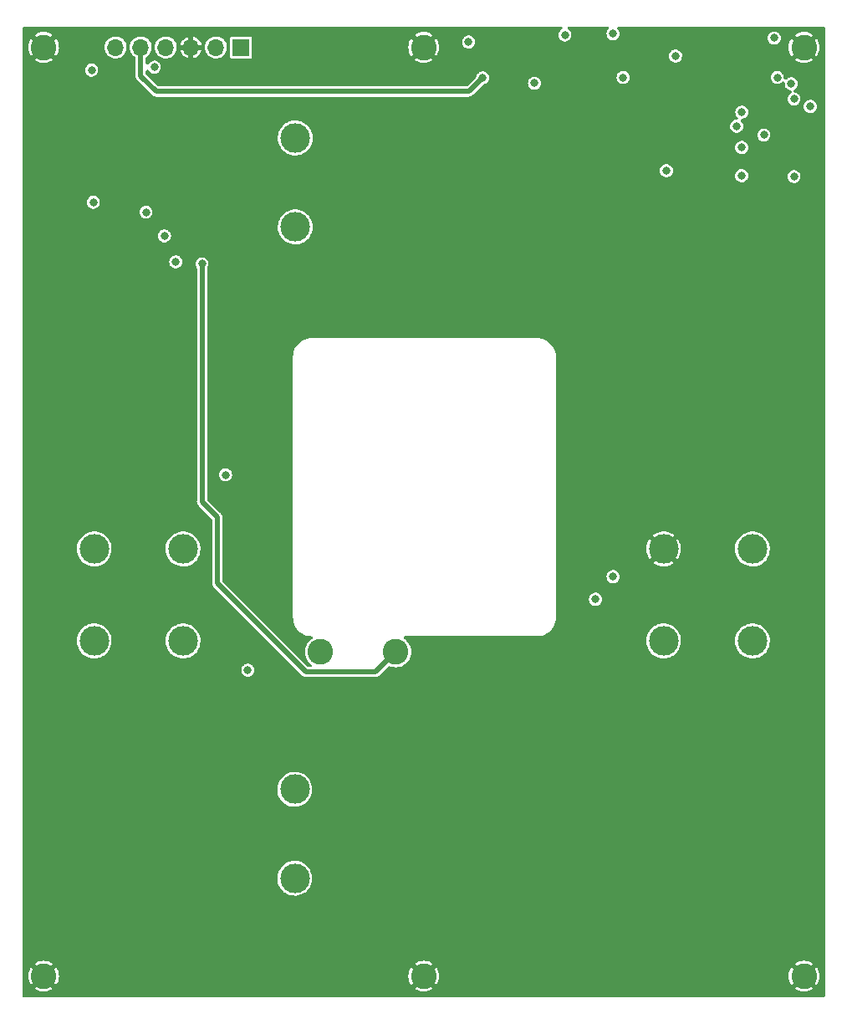
<source format=gbr>
%TF.GenerationSoftware,KiCad,Pcbnew,(6.0.5)*%
%TF.CreationDate,2022-08-19T15:51:03-07:00*%
%TF.ProjectId,X_Y_Panels,585f595f-5061-46e6-956c-732e6b696361,rev?*%
%TF.SameCoordinates,Original*%
%TF.FileFunction,Copper,L4,Inr*%
%TF.FilePolarity,Positive*%
%FSLAX46Y46*%
G04 Gerber Fmt 4.6, Leading zero omitted, Abs format (unit mm)*
G04 Created by KiCad (PCBNEW (6.0.5)) date 2022-08-19 15:51:03*
%MOMM*%
%LPD*%
G01*
G04 APERTURE LIST*
%TA.AperFunction,ComponentPad*%
%ADD10C,3.000000*%
%TD*%
%TA.AperFunction,ComponentPad*%
%ADD11C,2.600000*%
%TD*%
%TA.AperFunction,ComponentPad*%
%ADD12R,1.700000X1.700000*%
%TD*%
%TA.AperFunction,ComponentPad*%
%ADD13O,1.700000X1.700000*%
%TD*%
%TA.AperFunction,ViaPad*%
%ADD14C,0.800000*%
%TD*%
%TA.AperFunction,Conductor*%
%ADD15C,0.500000*%
%TD*%
G04 APERTURE END LIST*
D10*
%TO.N,Net-(D3-Pad2)*%
%TO.C,SC3*%
X129226000Y-129078000D03*
%TO.N,Net-(D4-Pad2)*%
X129226000Y-120078000D03*
%TD*%
D11*
%TO.N,GND*%
%TO.C,H30*%
X180792000Y-138997997D03*
%TD*%
D10*
%TO.N,Net-(D2-Pad2)*%
%TO.C,SC2*%
X108918000Y-105058000D03*
%TO.N,Net-(D3-Pad2)*%
X117918000Y-105058000D03*
%TD*%
D11*
%TO.N,GND*%
%TO.C,H29*%
X142292000Y-138997997D03*
%TD*%
D12*
%TO.N,VBATT*%
%TO.C,J6*%
X123792000Y-44997997D03*
D13*
%TO.N,+3V3*%
X121252000Y-44997997D03*
%TO.N,GND*%
X118712000Y-44997997D03*
%TO.N,SDA*%
X116172000Y-44997997D03*
%TO.N,SCL*%
X113632000Y-44997997D03*
%TO.N,VSOLAR*%
X111092000Y-44997997D03*
%TD*%
D10*
%TO.N,Net-(D1-Pad2)*%
%TO.C,SC1*%
X117918000Y-95752000D03*
%TO.N,Net-(D2-Pad2)*%
X108918000Y-95752000D03*
%TD*%
%TO.N,Net-(D5-Pad2)*%
%TO.C,SC5*%
X166576000Y-105058000D03*
%TO.N,Net-(D6-Pad2)*%
X175576000Y-105058000D03*
%TD*%
D11*
%TO.N,GND*%
%TO.C,H25*%
X103792000Y-44997997D03*
%TD*%
%TO.N,GND*%
%TO.C,H26*%
X142292000Y-44997997D03*
%TD*%
%TO.N,GND*%
%TO.C,H28*%
X103792000Y-138997997D03*
%TD*%
D10*
%TO.N,Net-(D4-Pad2)*%
%TO.C,SC4*%
X129276000Y-63158000D03*
%TO.N,Net-(D5-Pad2)*%
X129276000Y-54158000D03*
%TD*%
D11*
%TO.N,GND*%
%TO.C,H27*%
X180792000Y-44997997D03*
%TD*%
%TO.N,Coil_IN*%
%TO.C,TP5*%
X131838000Y-106167998D03*
%TO.N,Coil_OUT*%
X139458000Y-106167998D03*
%TD*%
D10*
%TO.N,Net-(D6-Pad2)*%
%TO.C,SC6*%
X175576000Y-95752000D03*
%TO.N,GND*%
X166576000Y-95752000D03*
%TD*%
D14*
%TO.N,GND*%
X114610000Y-51430000D03*
X109410000Y-51440000D03*
X112126000Y-58005000D03*
X112127500Y-51402500D03*
X156331000Y-47373000D03*
X169881000Y-47698000D03*
X177036000Y-50028000D03*
X113431000Y-60198000D03*
X177926000Y-53698000D03*
X171436000Y-52528000D03*
X109306000Y-55723000D03*
X105381000Y-56998000D03*
X168578000Y-55634000D03*
X171046000Y-57558000D03*
%TO.N,VBATT*%
X115006000Y-46998000D03*
X108656000Y-47298000D03*
%TO.N,+3V3*%
X108831000Y-60673000D03*
X162482000Y-48047000D03*
%TO.N,SDA*%
X179778000Y-50220000D03*
X179781000Y-58073000D03*
%TO.N,SCL*%
X156581000Y-43748000D03*
X148256000Y-48073000D03*
%TO.N,Net-(Q1-Pad2)*%
X153506000Y-48623000D03*
X161468500Y-43623000D03*
%TO.N,Net-(Q3-Pad3)*%
X177781000Y-44048000D03*
X179506000Y-48673000D03*
%TO.N,Net-(Q3-Pad6)*%
X174481000Y-57973000D03*
X174481000Y-55123000D03*
X178081000Y-48048000D03*
X174506000Y-51548000D03*
%TO.N,Coil_IN*%
X117181000Y-66698000D03*
%TO.N,Coil_OUT*%
X119831000Y-66898000D03*
%TO.N,Net-(D1-Pad2)*%
X161466000Y-98560000D03*
%TO.N,Net-(D4-Pad2)*%
X124476000Y-108018000D03*
X122216000Y-88266000D03*
%TO.N,VSOLAR*%
X159686000Y-100848000D03*
%TO.N,SCL_ISO*%
X146831000Y-44448000D03*
X167781000Y-45873000D03*
X166856000Y-57473000D03*
X114156000Y-61673000D03*
%TO.N,SDA_ISO*%
X176731000Y-53873000D03*
X181431000Y-50973000D03*
X116031000Y-64073000D03*
X173981000Y-52973000D03*
%TD*%
D15*
%TO.N,SCL*%
X115205511Y-49472511D02*
X146856489Y-49472511D01*
X113632000Y-47899000D02*
X115205511Y-49472511D01*
X113632000Y-44997997D02*
X113632000Y-47899000D01*
X146856489Y-49472511D02*
X148256000Y-48073000D01*
%TO.N,Coil_OUT*%
X119831000Y-90973000D02*
X121366489Y-92508489D01*
X119831000Y-66898000D02*
X119831000Y-90973000D01*
X130356000Y-108208000D02*
X137417998Y-108208000D01*
X121366489Y-92508489D02*
X121366489Y-99218489D01*
X121366489Y-99218489D02*
X130356000Y-108208000D01*
X137417998Y-108208000D02*
X139458000Y-106167998D01*
%TD*%
%TA.AperFunction,Conductor*%
%TO.N,GND*%
G36*
X156240752Y-42898709D02*
G01*
X156297715Y-42949175D01*
X156324702Y-43020332D01*
X156315529Y-43095879D01*
X156272298Y-43158510D01*
X156239787Y-43180787D01*
X156207017Y-43197701D01*
X156086548Y-43302793D01*
X155994624Y-43433588D01*
X155936552Y-43582534D01*
X155915685Y-43741033D01*
X155916736Y-43750553D01*
X155916736Y-43750556D01*
X155924901Y-43824507D01*
X155933228Y-43899933D01*
X155988168Y-44050063D01*
X155993511Y-44058015D01*
X155993512Y-44058016D01*
X156068707Y-44169917D01*
X156077333Y-44182754D01*
X156195575Y-44290346D01*
X156203991Y-44294915D01*
X156203993Y-44294917D01*
X156327645Y-44362055D01*
X156327647Y-44362056D01*
X156336068Y-44366628D01*
X156405573Y-44384862D01*
X156451982Y-44397037D01*
X156490702Y-44407195D01*
X156500281Y-44407345D01*
X156500285Y-44407346D01*
X156574405Y-44408510D01*
X156650548Y-44409706D01*
X156660853Y-44407346D01*
X156734035Y-44390585D01*
X156806380Y-44374016D01*
X156949200Y-44302185D01*
X157070763Y-44198360D01*
X157164052Y-44068535D01*
X157223680Y-43920206D01*
X157246205Y-43761934D01*
X157246351Y-43748000D01*
X157227145Y-43589292D01*
X157170636Y-43439746D01*
X157164849Y-43431325D01*
X157085514Y-43315891D01*
X157085513Y-43315890D01*
X157080087Y-43307995D01*
X157067175Y-43296491D01*
X156967880Y-43208022D01*
X156967876Y-43208019D01*
X156960725Y-43201648D01*
X156952259Y-43197165D01*
X156952254Y-43197162D01*
X156919869Y-43180015D01*
X156863089Y-43129343D01*
X156836362Y-43058089D01*
X156845809Y-42982575D01*
X156889267Y-42920102D01*
X156956781Y-42884980D01*
X156994271Y-42880497D01*
X160890709Y-42880497D01*
X160964600Y-42898709D01*
X161021563Y-42949175D01*
X161048550Y-43020332D01*
X161039377Y-43095879D01*
X160995234Y-43159311D01*
X160974048Y-43177793D01*
X160882124Y-43308588D01*
X160878642Y-43317520D01*
X160878641Y-43317521D01*
X160834065Y-43431852D01*
X160824052Y-43457534D01*
X160803185Y-43616033D01*
X160804236Y-43625553D01*
X160804236Y-43625556D01*
X160817832Y-43748706D01*
X160820728Y-43774933D01*
X160875668Y-43925063D01*
X160881011Y-43933015D01*
X160881012Y-43933016D01*
X160958279Y-44048000D01*
X160964833Y-44057754D01*
X161083075Y-44165346D01*
X161091491Y-44169915D01*
X161091493Y-44169917D01*
X161215145Y-44237055D01*
X161215147Y-44237056D01*
X161223568Y-44241628D01*
X161378202Y-44282195D01*
X161387781Y-44282345D01*
X161387785Y-44282346D01*
X161461905Y-44283510D01*
X161538048Y-44284706D01*
X161548353Y-44282346D01*
X161656487Y-44257580D01*
X161693880Y-44249016D01*
X161836700Y-44177185D01*
X161899755Y-44123331D01*
X161950970Y-44079589D01*
X161950971Y-44079588D01*
X161958263Y-44073360D01*
X161981492Y-44041033D01*
X177115685Y-44041033D01*
X177116736Y-44050553D01*
X177116736Y-44050556D01*
X177131192Y-44181493D01*
X177133228Y-44199933D01*
X177188168Y-44350063D01*
X177193511Y-44358015D01*
X177193512Y-44358016D01*
X177259846Y-44456730D01*
X177277333Y-44482754D01*
X177395575Y-44590346D01*
X177403991Y-44594915D01*
X177403993Y-44594917D01*
X177527645Y-44662055D01*
X177527647Y-44662056D01*
X177536068Y-44666628D01*
X177690702Y-44707195D01*
X177700281Y-44707345D01*
X177700285Y-44707346D01*
X177774405Y-44708510D01*
X177850548Y-44709706D01*
X177860853Y-44707346D01*
X177885828Y-44701626D01*
X178006380Y-44674016D01*
X178149200Y-44602185D01*
X178270763Y-44498360D01*
X178364052Y-44368535D01*
X178423680Y-44220206D01*
X178446205Y-44061934D01*
X178446351Y-44048000D01*
X178427145Y-43889292D01*
X178370636Y-43739746D01*
X178365976Y-43732966D01*
X179889647Y-43732966D01*
X179889972Y-43734682D01*
X179894700Y-43741487D01*
X180778349Y-44625136D01*
X180792315Y-44633579D01*
X180801212Y-44629575D01*
X181685693Y-43745094D01*
X181694136Y-43731128D01*
X181693420Y-43729537D01*
X181687230Y-43724020D01*
X181505006Y-43612354D01*
X181493917Y-43606704D01*
X181279467Y-43517875D01*
X181267624Y-43514027D01*
X181041930Y-43459842D01*
X181029619Y-43457893D01*
X180798226Y-43439682D01*
X180785774Y-43439682D01*
X180554381Y-43457893D01*
X180542070Y-43459842D01*
X180316376Y-43514027D01*
X180304533Y-43517875D01*
X180090083Y-43606704D01*
X180078994Y-43612354D01*
X179901117Y-43721356D01*
X179889647Y-43732966D01*
X178365976Y-43732966D01*
X178296400Y-43631730D01*
X178285514Y-43615891D01*
X178285513Y-43615890D01*
X178280087Y-43607995D01*
X178267175Y-43596491D01*
X178167880Y-43508022D01*
X178167876Y-43508019D01*
X178160725Y-43501648D01*
X178019440Y-43426841D01*
X177864391Y-43387895D01*
X177784458Y-43387476D01*
X177714107Y-43387108D01*
X177714106Y-43387108D01*
X177704526Y-43387058D01*
X177656131Y-43398677D01*
X177558397Y-43422140D01*
X177558393Y-43422141D01*
X177549077Y-43424378D01*
X177540562Y-43428773D01*
X177540559Y-43428774D01*
X177415530Y-43493307D01*
X177407017Y-43497701D01*
X177399798Y-43503999D01*
X177399796Y-43504000D01*
X177293772Y-43596491D01*
X177286548Y-43602793D01*
X177194624Y-43733588D01*
X177191142Y-43742520D01*
X177191141Y-43742521D01*
X177172540Y-43790229D01*
X177136552Y-43882534D01*
X177115685Y-44041033D01*
X161981492Y-44041033D01*
X162051552Y-43943535D01*
X162111180Y-43795206D01*
X162133705Y-43636934D01*
X162133851Y-43623000D01*
X162114645Y-43464292D01*
X162058136Y-43314746D01*
X161984788Y-43208022D01*
X161973014Y-43190891D01*
X161973013Y-43190890D01*
X161967587Y-43182995D01*
X161939772Y-43158213D01*
X161896717Y-43095461D01*
X161887757Y-43019888D01*
X161914943Y-42948807D01*
X161972049Y-42898502D01*
X162045543Y-42880497D01*
X182750500Y-42880497D01*
X182824391Y-42898709D01*
X182881354Y-42949175D01*
X182908341Y-43020332D01*
X182909500Y-43039497D01*
X182909500Y-140956497D01*
X182891288Y-141030388D01*
X182840822Y-141087351D01*
X182769665Y-141114338D01*
X182750500Y-141115497D01*
X101833606Y-141115497D01*
X101759715Y-141097285D01*
X101702752Y-141046819D01*
X101675765Y-140975662D01*
X101674606Y-140956466D01*
X101674685Y-140556312D01*
X101674742Y-140264866D01*
X102889864Y-140264866D01*
X102890580Y-140266457D01*
X102896770Y-140271974D01*
X103078994Y-140383640D01*
X103090083Y-140389290D01*
X103304533Y-140478119D01*
X103316376Y-140481967D01*
X103542070Y-140536152D01*
X103554381Y-140538101D01*
X103785774Y-140556312D01*
X103798226Y-140556312D01*
X104029619Y-140538101D01*
X104041930Y-140536152D01*
X104267624Y-140481967D01*
X104279467Y-140478119D01*
X104493917Y-140389290D01*
X104505006Y-140383640D01*
X104682883Y-140274638D01*
X104692537Y-140264866D01*
X141389864Y-140264866D01*
X141390580Y-140266457D01*
X141396770Y-140271974D01*
X141578994Y-140383640D01*
X141590083Y-140389290D01*
X141804533Y-140478119D01*
X141816376Y-140481967D01*
X142042070Y-140536152D01*
X142054381Y-140538101D01*
X142285774Y-140556312D01*
X142298226Y-140556312D01*
X142529619Y-140538101D01*
X142541930Y-140536152D01*
X142767624Y-140481967D01*
X142779467Y-140478119D01*
X142993917Y-140389290D01*
X143005006Y-140383640D01*
X143182883Y-140274638D01*
X143192537Y-140264866D01*
X179889864Y-140264866D01*
X179890580Y-140266457D01*
X179896770Y-140271974D01*
X180078994Y-140383640D01*
X180090083Y-140389290D01*
X180304533Y-140478119D01*
X180316376Y-140481967D01*
X180542070Y-140536152D01*
X180554381Y-140538101D01*
X180785774Y-140556312D01*
X180798226Y-140556312D01*
X181029619Y-140538101D01*
X181041930Y-140536152D01*
X181267624Y-140481967D01*
X181279467Y-140478119D01*
X181493917Y-140389290D01*
X181505006Y-140383640D01*
X181682883Y-140274638D01*
X181694353Y-140263028D01*
X181694028Y-140261312D01*
X181689300Y-140254507D01*
X180805651Y-139370858D01*
X180791685Y-139362415D01*
X180782788Y-139366419D01*
X179898307Y-140250900D01*
X179889864Y-140264866D01*
X143192537Y-140264866D01*
X143194353Y-140263028D01*
X143194028Y-140261312D01*
X143189300Y-140254507D01*
X142305651Y-139370858D01*
X142291685Y-139362415D01*
X142282788Y-139366419D01*
X141398307Y-140250900D01*
X141389864Y-140264866D01*
X104692537Y-140264866D01*
X104694353Y-140263028D01*
X104694028Y-140261312D01*
X104689300Y-140254507D01*
X103805651Y-139370858D01*
X103791685Y-139362415D01*
X103782788Y-139366419D01*
X102898307Y-140250900D01*
X102889864Y-140264866D01*
X101674742Y-140264866D01*
X101674989Y-139004223D01*
X102233685Y-139004223D01*
X102251896Y-139235616D01*
X102253845Y-139247927D01*
X102308030Y-139473621D01*
X102311878Y-139485464D01*
X102400707Y-139699914D01*
X102406357Y-139711003D01*
X102515359Y-139888880D01*
X102526969Y-139900350D01*
X102528685Y-139900025D01*
X102535490Y-139895297D01*
X103419139Y-139011648D01*
X103427201Y-138998312D01*
X104156418Y-138998312D01*
X104160422Y-139007209D01*
X105044903Y-139891690D01*
X105058869Y-139900133D01*
X105060460Y-139899417D01*
X105065977Y-139893227D01*
X105177643Y-139711003D01*
X105183293Y-139699914D01*
X105272122Y-139485464D01*
X105275970Y-139473621D01*
X105330155Y-139247927D01*
X105332104Y-139235616D01*
X105350315Y-139004223D01*
X140733685Y-139004223D01*
X140751896Y-139235616D01*
X140753845Y-139247927D01*
X140808030Y-139473621D01*
X140811878Y-139485464D01*
X140900707Y-139699914D01*
X140906357Y-139711003D01*
X141015359Y-139888880D01*
X141026969Y-139900350D01*
X141028685Y-139900025D01*
X141035490Y-139895297D01*
X141919139Y-139011648D01*
X141927201Y-138998312D01*
X142656418Y-138998312D01*
X142660422Y-139007209D01*
X143544903Y-139891690D01*
X143558869Y-139900133D01*
X143560460Y-139899417D01*
X143565977Y-139893227D01*
X143677643Y-139711003D01*
X143683293Y-139699914D01*
X143772122Y-139485464D01*
X143775970Y-139473621D01*
X143830155Y-139247927D01*
X143832104Y-139235616D01*
X143850315Y-139004223D01*
X179233685Y-139004223D01*
X179251896Y-139235616D01*
X179253845Y-139247927D01*
X179308030Y-139473621D01*
X179311878Y-139485464D01*
X179400707Y-139699914D01*
X179406357Y-139711003D01*
X179515359Y-139888880D01*
X179526969Y-139900350D01*
X179528685Y-139900025D01*
X179535490Y-139895297D01*
X180419139Y-139011648D01*
X180427201Y-138998312D01*
X181156418Y-138998312D01*
X181160422Y-139007209D01*
X182044903Y-139891690D01*
X182058869Y-139900133D01*
X182060460Y-139899417D01*
X182065977Y-139893227D01*
X182177643Y-139711003D01*
X182183293Y-139699914D01*
X182272122Y-139485464D01*
X182275970Y-139473621D01*
X182330155Y-139247927D01*
X182332104Y-139235616D01*
X182350315Y-139004223D01*
X182350315Y-138991771D01*
X182332104Y-138760378D01*
X182330155Y-138748067D01*
X182275970Y-138522373D01*
X182272122Y-138510530D01*
X182183293Y-138296080D01*
X182177643Y-138284991D01*
X182068641Y-138107114D01*
X182057031Y-138095644D01*
X182055315Y-138095969D01*
X182048510Y-138100697D01*
X181164861Y-138984346D01*
X181156418Y-138998312D01*
X180427201Y-138998312D01*
X180427582Y-138997682D01*
X180423578Y-138988785D01*
X179539097Y-138104304D01*
X179525131Y-138095861D01*
X179523540Y-138096577D01*
X179518023Y-138102767D01*
X179406357Y-138284991D01*
X179400707Y-138296080D01*
X179311878Y-138510530D01*
X179308030Y-138522373D01*
X179253845Y-138748067D01*
X179251896Y-138760378D01*
X179233685Y-138991771D01*
X179233685Y-139004223D01*
X143850315Y-139004223D01*
X143850315Y-138991771D01*
X143832104Y-138760378D01*
X143830155Y-138748067D01*
X143775970Y-138522373D01*
X143772122Y-138510530D01*
X143683293Y-138296080D01*
X143677643Y-138284991D01*
X143568641Y-138107114D01*
X143557031Y-138095644D01*
X143555315Y-138095969D01*
X143548510Y-138100697D01*
X142664861Y-138984346D01*
X142656418Y-138998312D01*
X141927201Y-138998312D01*
X141927582Y-138997682D01*
X141923578Y-138988785D01*
X141039097Y-138104304D01*
X141025131Y-138095861D01*
X141023540Y-138096577D01*
X141018023Y-138102767D01*
X140906357Y-138284991D01*
X140900707Y-138296080D01*
X140811878Y-138510530D01*
X140808030Y-138522373D01*
X140753845Y-138748067D01*
X140751896Y-138760378D01*
X140733685Y-138991771D01*
X140733685Y-139004223D01*
X105350315Y-139004223D01*
X105350315Y-138991771D01*
X105332104Y-138760378D01*
X105330155Y-138748067D01*
X105275970Y-138522373D01*
X105272122Y-138510530D01*
X105183293Y-138296080D01*
X105177643Y-138284991D01*
X105068641Y-138107114D01*
X105057031Y-138095644D01*
X105055315Y-138095969D01*
X105048510Y-138100697D01*
X104164861Y-138984346D01*
X104156418Y-138998312D01*
X103427201Y-138998312D01*
X103427582Y-138997682D01*
X103423578Y-138988785D01*
X102539097Y-138104304D01*
X102525131Y-138095861D01*
X102523540Y-138096577D01*
X102518023Y-138102767D01*
X102406357Y-138284991D01*
X102400707Y-138296080D01*
X102311878Y-138510530D01*
X102308030Y-138522373D01*
X102253845Y-138748067D01*
X102251896Y-138760378D01*
X102233685Y-138991771D01*
X102233685Y-139004223D01*
X101674989Y-139004223D01*
X101675238Y-137732966D01*
X102889647Y-137732966D01*
X102889972Y-137734682D01*
X102894700Y-137741487D01*
X103778349Y-138625136D01*
X103792315Y-138633579D01*
X103801212Y-138629575D01*
X104685693Y-137745094D01*
X104693025Y-137732966D01*
X141389647Y-137732966D01*
X141389972Y-137734682D01*
X141394700Y-137741487D01*
X142278349Y-138625136D01*
X142292315Y-138633579D01*
X142301212Y-138629575D01*
X143185693Y-137745094D01*
X143193025Y-137732966D01*
X179889647Y-137732966D01*
X179889972Y-137734682D01*
X179894700Y-137741487D01*
X180778349Y-138625136D01*
X180792315Y-138633579D01*
X180801212Y-138629575D01*
X181685693Y-137745094D01*
X181694136Y-137731128D01*
X181693420Y-137729537D01*
X181687230Y-137724020D01*
X181505006Y-137612354D01*
X181493917Y-137606704D01*
X181279467Y-137517875D01*
X181267624Y-137514027D01*
X181041930Y-137459842D01*
X181029619Y-137457893D01*
X180798226Y-137439682D01*
X180785774Y-137439682D01*
X180554381Y-137457893D01*
X180542070Y-137459842D01*
X180316376Y-137514027D01*
X180304533Y-137517875D01*
X180090083Y-137606704D01*
X180078994Y-137612354D01*
X179901117Y-137721356D01*
X179889647Y-137732966D01*
X143193025Y-137732966D01*
X143194136Y-137731128D01*
X143193420Y-137729537D01*
X143187230Y-137724020D01*
X143005006Y-137612354D01*
X142993917Y-137606704D01*
X142779467Y-137517875D01*
X142767624Y-137514027D01*
X142541930Y-137459842D01*
X142529619Y-137457893D01*
X142298226Y-137439682D01*
X142285774Y-137439682D01*
X142054381Y-137457893D01*
X142042070Y-137459842D01*
X141816376Y-137514027D01*
X141804533Y-137517875D01*
X141590083Y-137606704D01*
X141578994Y-137612354D01*
X141401117Y-137721356D01*
X141389647Y-137732966D01*
X104693025Y-137732966D01*
X104694136Y-137731128D01*
X104693420Y-137729537D01*
X104687230Y-137724020D01*
X104505006Y-137612354D01*
X104493917Y-137606704D01*
X104279467Y-137517875D01*
X104267624Y-137514027D01*
X104041930Y-137459842D01*
X104029619Y-137457893D01*
X103798226Y-137439682D01*
X103785774Y-137439682D01*
X103554381Y-137457893D01*
X103542070Y-137459842D01*
X103316376Y-137514027D01*
X103304533Y-137517875D01*
X103090083Y-137606704D01*
X103078994Y-137612354D01*
X102901117Y-137721356D01*
X102889647Y-137732966D01*
X101675238Y-137732966D01*
X101676942Y-129031786D01*
X127461168Y-129031786D01*
X127473722Y-129293153D01*
X127524771Y-129549793D01*
X127613193Y-129796068D01*
X127737046Y-130026569D01*
X127893608Y-130236231D01*
X127897794Y-130240380D01*
X127897796Y-130240383D01*
X128075256Y-130416302D01*
X128075261Y-130416306D01*
X128079440Y-130420449D01*
X128191281Y-130502454D01*
X128285702Y-130571686D01*
X128285706Y-130571688D01*
X128290461Y-130575175D01*
X128295677Y-130577919D01*
X128295683Y-130577923D01*
X128516814Y-130694266D01*
X128516818Y-130694268D01*
X128522034Y-130697012D01*
X128769071Y-130783281D01*
X129026147Y-130832089D01*
X129032049Y-130832321D01*
X129032050Y-130832321D01*
X129074600Y-130833993D01*
X129287613Y-130842362D01*
X129547725Y-130813875D01*
X129553425Y-130812374D01*
X129553432Y-130812373D01*
X129795066Y-130748755D01*
X129795069Y-130748754D01*
X129800770Y-130747253D01*
X130041188Y-130643962D01*
X130046203Y-130640858D01*
X130046208Y-130640856D01*
X130171981Y-130563025D01*
X130263698Y-130506269D01*
X130268201Y-130502457D01*
X130268205Y-130502454D01*
X130458912Y-130341008D01*
X130458914Y-130341006D01*
X130463411Y-130337199D01*
X130635941Y-130140467D01*
X130777496Y-129920394D01*
X130884968Y-129681815D01*
X130955995Y-129429972D01*
X130989018Y-129170396D01*
X130991437Y-129078000D01*
X130972045Y-128817052D01*
X130961723Y-128771435D01*
X130915600Y-128567597D01*
X130915598Y-128567592D01*
X130914296Y-128561836D01*
X130819457Y-128317960D01*
X130795766Y-128276508D01*
X130692545Y-128095908D01*
X130692544Y-128095907D01*
X130689614Y-128090780D01*
X130527617Y-127885288D01*
X130337026Y-127705998D01*
X130122027Y-127556848D01*
X130014174Y-127503661D01*
X129892631Y-127443722D01*
X129892628Y-127443721D01*
X129887344Y-127441115D01*
X129881732Y-127439318D01*
X129881728Y-127439317D01*
X129643747Y-127363139D01*
X129643746Y-127363139D01*
X129638133Y-127361342D01*
X129585628Y-127352791D01*
X129385697Y-127320230D01*
X129385693Y-127320230D01*
X129379868Y-127319281D01*
X129249046Y-127317569D01*
X129124129Y-127315933D01*
X129124125Y-127315933D01*
X129118223Y-127315856D01*
X129020756Y-127329121D01*
X128864785Y-127350347D01*
X128864782Y-127350348D01*
X128858945Y-127351142D01*
X128853292Y-127352790D01*
X128853286Y-127352791D01*
X128733338Y-127387753D01*
X128607731Y-127424364D01*
X128602383Y-127426830D01*
X128602379Y-127426831D01*
X128375458Y-127531443D01*
X128375453Y-127531446D01*
X128370099Y-127533914D01*
X128365166Y-127537148D01*
X128365161Y-127537151D01*
X128156204Y-127674150D01*
X128151270Y-127677385D01*
X127956051Y-127851624D01*
X127788730Y-128052806D01*
X127652984Y-128276508D01*
X127551794Y-128517819D01*
X127487384Y-128771435D01*
X127461168Y-129031786D01*
X101676942Y-129031786D01*
X101678352Y-121832089D01*
X101678488Y-121139322D01*
X101678491Y-121139174D01*
X101678500Y-121139070D01*
X101678500Y-121076929D01*
X101678506Y-121046298D01*
X101678500Y-121046262D01*
X101678500Y-120031786D01*
X127461168Y-120031786D01*
X127473722Y-120293153D01*
X127524771Y-120549793D01*
X127613193Y-120796068D01*
X127737046Y-121026569D01*
X127893608Y-121236231D01*
X127897794Y-121240380D01*
X127897796Y-121240383D01*
X128075256Y-121416302D01*
X128075261Y-121416306D01*
X128079440Y-121420449D01*
X128191281Y-121502454D01*
X128285702Y-121571686D01*
X128285706Y-121571688D01*
X128290461Y-121575175D01*
X128295677Y-121577919D01*
X128295683Y-121577923D01*
X128516814Y-121694266D01*
X128516818Y-121694268D01*
X128522034Y-121697012D01*
X128769071Y-121783281D01*
X129026147Y-121832089D01*
X129032049Y-121832321D01*
X129032050Y-121832321D01*
X129074600Y-121833993D01*
X129287613Y-121842362D01*
X129547725Y-121813875D01*
X129553425Y-121812374D01*
X129553432Y-121812373D01*
X129795066Y-121748755D01*
X129795069Y-121748754D01*
X129800770Y-121747253D01*
X130041188Y-121643962D01*
X130046203Y-121640858D01*
X130046208Y-121640856D01*
X130171981Y-121563025D01*
X130263698Y-121506269D01*
X130268201Y-121502457D01*
X130268205Y-121502454D01*
X130458912Y-121341008D01*
X130458914Y-121341006D01*
X130463411Y-121337199D01*
X130635941Y-121140467D01*
X130777496Y-120920394D01*
X130884968Y-120681815D01*
X130955995Y-120429972D01*
X130989018Y-120170396D01*
X130991437Y-120078000D01*
X130972045Y-119817052D01*
X130961723Y-119771435D01*
X130915600Y-119567597D01*
X130915598Y-119567592D01*
X130914296Y-119561836D01*
X130819457Y-119317960D01*
X130795766Y-119276508D01*
X130692545Y-119095908D01*
X130692544Y-119095907D01*
X130689614Y-119090780D01*
X130527617Y-118885288D01*
X130337026Y-118705998D01*
X130122027Y-118556848D01*
X130014174Y-118503661D01*
X129892631Y-118443722D01*
X129892628Y-118443721D01*
X129887344Y-118441115D01*
X129881732Y-118439318D01*
X129881728Y-118439317D01*
X129643747Y-118363139D01*
X129643746Y-118363139D01*
X129638133Y-118361342D01*
X129585628Y-118352791D01*
X129385697Y-118320230D01*
X129385693Y-118320230D01*
X129379868Y-118319281D01*
X129249045Y-118317568D01*
X129124129Y-118315933D01*
X129124125Y-118315933D01*
X129118223Y-118315856D01*
X129020756Y-118329121D01*
X128864785Y-118350347D01*
X128864782Y-118350348D01*
X128858945Y-118351142D01*
X128853292Y-118352790D01*
X128853286Y-118352791D01*
X128733338Y-118387753D01*
X128607731Y-118424364D01*
X128602383Y-118426830D01*
X128602379Y-118426831D01*
X128375458Y-118531443D01*
X128375453Y-118531446D01*
X128370099Y-118533914D01*
X128365166Y-118537148D01*
X128365161Y-118537151D01*
X128156204Y-118674150D01*
X128151270Y-118677385D01*
X127956051Y-118851624D01*
X127788730Y-119052806D01*
X127652984Y-119276508D01*
X127551794Y-119517819D01*
X127487384Y-119771435D01*
X127461168Y-120031786D01*
X101678500Y-120031786D01*
X101678500Y-108011033D01*
X123810685Y-108011033D01*
X123811736Y-108020553D01*
X123811736Y-108020556D01*
X123813561Y-108037083D01*
X123828228Y-108169933D01*
X123883168Y-108320063D01*
X123888511Y-108328015D01*
X123888512Y-108328016D01*
X123895581Y-108338535D01*
X123972333Y-108452754D01*
X124090575Y-108560346D01*
X124098991Y-108564915D01*
X124098993Y-108564917D01*
X124222645Y-108632055D01*
X124222647Y-108632056D01*
X124231068Y-108636628D01*
X124385702Y-108677195D01*
X124395281Y-108677345D01*
X124395285Y-108677346D01*
X124469405Y-108678510D01*
X124545548Y-108679706D01*
X124555853Y-108677346D01*
X124612531Y-108664365D01*
X124701380Y-108644016D01*
X124844200Y-108572185D01*
X124965763Y-108468360D01*
X125059052Y-108338535D01*
X125118680Y-108190206D01*
X125141205Y-108031934D01*
X125141351Y-108018000D01*
X125122145Y-107859292D01*
X125065636Y-107709746D01*
X125043767Y-107677925D01*
X124980514Y-107585891D01*
X124980513Y-107585890D01*
X124975087Y-107577995D01*
X124949056Y-107554802D01*
X124862880Y-107478022D01*
X124862876Y-107478019D01*
X124855725Y-107471648D01*
X124714440Y-107396841D01*
X124559391Y-107357895D01*
X124479458Y-107357476D01*
X124409107Y-107357108D01*
X124409106Y-107357108D01*
X124399526Y-107357058D01*
X124351131Y-107368677D01*
X124253397Y-107392140D01*
X124253393Y-107392141D01*
X124244077Y-107394378D01*
X124235562Y-107398773D01*
X124235559Y-107398774D01*
X124110530Y-107463307D01*
X124102017Y-107467701D01*
X124094798Y-107473999D01*
X124094796Y-107474000D01*
X123996842Y-107559451D01*
X123981548Y-107572793D01*
X123889624Y-107703588D01*
X123886142Y-107712520D01*
X123886141Y-107712521D01*
X123883730Y-107718706D01*
X123831552Y-107852534D01*
X123810685Y-108011033D01*
X101678500Y-108011033D01*
X101678500Y-105011786D01*
X107153168Y-105011786D01*
X107165722Y-105273153D01*
X107216771Y-105529793D01*
X107305193Y-105776068D01*
X107307985Y-105781264D01*
X107387555Y-105929350D01*
X107429046Y-106006569D01*
X107585608Y-106216231D01*
X107589794Y-106220380D01*
X107589796Y-106220383D01*
X107767256Y-106396302D01*
X107767261Y-106396306D01*
X107771440Y-106400449D01*
X107883281Y-106482454D01*
X107977702Y-106551686D01*
X107977706Y-106551688D01*
X107982461Y-106555175D01*
X107987677Y-106557919D01*
X107987683Y-106557923D01*
X108208814Y-106674266D01*
X108208818Y-106674268D01*
X108214034Y-106677012D01*
X108461071Y-106763281D01*
X108718147Y-106812089D01*
X108724049Y-106812321D01*
X108724050Y-106812321D01*
X108766600Y-106813993D01*
X108979613Y-106822362D01*
X109239725Y-106793875D01*
X109245425Y-106792374D01*
X109245432Y-106792373D01*
X109487066Y-106728755D01*
X109487069Y-106728754D01*
X109492770Y-106727253D01*
X109733188Y-106623962D01*
X109738203Y-106620858D01*
X109738208Y-106620856D01*
X109863981Y-106543025D01*
X109955698Y-106486269D01*
X109960201Y-106482457D01*
X109960205Y-106482454D01*
X110150912Y-106321008D01*
X110150914Y-106321006D01*
X110155411Y-106317199D01*
X110327941Y-106120467D01*
X110469496Y-105900394D01*
X110576968Y-105661815D01*
X110647995Y-105409972D01*
X110681018Y-105150396D01*
X110683437Y-105058000D01*
X110680003Y-105011786D01*
X116153168Y-105011786D01*
X116165722Y-105273153D01*
X116216771Y-105529793D01*
X116305193Y-105776068D01*
X116307985Y-105781264D01*
X116387555Y-105929350D01*
X116429046Y-106006569D01*
X116585608Y-106216231D01*
X116589794Y-106220380D01*
X116589796Y-106220383D01*
X116767256Y-106396302D01*
X116767261Y-106396306D01*
X116771440Y-106400449D01*
X116883281Y-106482454D01*
X116977702Y-106551686D01*
X116977706Y-106551688D01*
X116982461Y-106555175D01*
X116987677Y-106557919D01*
X116987683Y-106557923D01*
X117208814Y-106674266D01*
X117208818Y-106674268D01*
X117214034Y-106677012D01*
X117461071Y-106763281D01*
X117718147Y-106812089D01*
X117724049Y-106812321D01*
X117724050Y-106812321D01*
X117766600Y-106813993D01*
X117979613Y-106822362D01*
X118239725Y-106793875D01*
X118245425Y-106792374D01*
X118245432Y-106792373D01*
X118487066Y-106728755D01*
X118487069Y-106728754D01*
X118492770Y-106727253D01*
X118733188Y-106623962D01*
X118738203Y-106620858D01*
X118738208Y-106620856D01*
X118863981Y-106543025D01*
X118955698Y-106486269D01*
X118960201Y-106482457D01*
X118960205Y-106482454D01*
X119150912Y-106321008D01*
X119150914Y-106321006D01*
X119155411Y-106317199D01*
X119327941Y-106120467D01*
X119469496Y-105900394D01*
X119576968Y-105661815D01*
X119647995Y-105409972D01*
X119681018Y-105150396D01*
X119683437Y-105058000D01*
X119664045Y-104797052D01*
X119662742Y-104791293D01*
X119607600Y-104547597D01*
X119607598Y-104547592D01*
X119606296Y-104541836D01*
X119511457Y-104297960D01*
X119487766Y-104256508D01*
X119384545Y-104075908D01*
X119384544Y-104075907D01*
X119381614Y-104070780D01*
X119219617Y-103865288D01*
X119029026Y-103685998D01*
X118814027Y-103536848D01*
X118706174Y-103483661D01*
X118584631Y-103423722D01*
X118584628Y-103423721D01*
X118579344Y-103421115D01*
X118573732Y-103419318D01*
X118573728Y-103419317D01*
X118335747Y-103343139D01*
X118335746Y-103343139D01*
X118330133Y-103341342D01*
X118277628Y-103332791D01*
X118077697Y-103300230D01*
X118077693Y-103300230D01*
X118071868Y-103299281D01*
X117941045Y-103297568D01*
X117816129Y-103295933D01*
X117816125Y-103295933D01*
X117810223Y-103295856D01*
X117712756Y-103309121D01*
X117556785Y-103330347D01*
X117556782Y-103330348D01*
X117550945Y-103331142D01*
X117545292Y-103332790D01*
X117545286Y-103332791D01*
X117425338Y-103367753D01*
X117299731Y-103404364D01*
X117294383Y-103406830D01*
X117294379Y-103406831D01*
X117067458Y-103511443D01*
X117067453Y-103511446D01*
X117062099Y-103513914D01*
X117057166Y-103517148D01*
X117057161Y-103517151D01*
X116848204Y-103654150D01*
X116843270Y-103657385D01*
X116648051Y-103831624D01*
X116644281Y-103836157D01*
X116644278Y-103836160D01*
X116623416Y-103861244D01*
X116480730Y-104032806D01*
X116344984Y-104256508D01*
X116243794Y-104497819D01*
X116242343Y-104503531D01*
X116242343Y-104503532D01*
X116227901Y-104560399D01*
X116179384Y-104751435D01*
X116153168Y-105011786D01*
X110680003Y-105011786D01*
X110664045Y-104797052D01*
X110662742Y-104791293D01*
X110607600Y-104547597D01*
X110607598Y-104547592D01*
X110606296Y-104541836D01*
X110511457Y-104297960D01*
X110487766Y-104256508D01*
X110384545Y-104075908D01*
X110384544Y-104075907D01*
X110381614Y-104070780D01*
X110219617Y-103865288D01*
X110029026Y-103685998D01*
X109814027Y-103536848D01*
X109706174Y-103483661D01*
X109584631Y-103423722D01*
X109584628Y-103423721D01*
X109579344Y-103421115D01*
X109573732Y-103419318D01*
X109573728Y-103419317D01*
X109335747Y-103343139D01*
X109335746Y-103343139D01*
X109330133Y-103341342D01*
X109277628Y-103332791D01*
X109077697Y-103300230D01*
X109077693Y-103300230D01*
X109071868Y-103299281D01*
X108941045Y-103297568D01*
X108816129Y-103295933D01*
X108816125Y-103295933D01*
X108810223Y-103295856D01*
X108712756Y-103309121D01*
X108556785Y-103330347D01*
X108556782Y-103330348D01*
X108550945Y-103331142D01*
X108545292Y-103332790D01*
X108545286Y-103332791D01*
X108425338Y-103367753D01*
X108299731Y-103404364D01*
X108294383Y-103406830D01*
X108294379Y-103406831D01*
X108067458Y-103511443D01*
X108067453Y-103511446D01*
X108062099Y-103513914D01*
X108057166Y-103517148D01*
X108057161Y-103517151D01*
X107848204Y-103654150D01*
X107843270Y-103657385D01*
X107648051Y-103831624D01*
X107644281Y-103836157D01*
X107644278Y-103836160D01*
X107623416Y-103861244D01*
X107480730Y-104032806D01*
X107344984Y-104256508D01*
X107243794Y-104497819D01*
X107242343Y-104503531D01*
X107242343Y-104503532D01*
X107227901Y-104560399D01*
X107179384Y-104751435D01*
X107153168Y-105011786D01*
X101678500Y-105011786D01*
X101678500Y-95705786D01*
X107153168Y-95705786D01*
X107165722Y-95967153D01*
X107216771Y-96223793D01*
X107305193Y-96470068D01*
X107307985Y-96475264D01*
X107424371Y-96691868D01*
X107429046Y-96700569D01*
X107585608Y-96910231D01*
X107589794Y-96914380D01*
X107589796Y-96914383D01*
X107767256Y-97090302D01*
X107767261Y-97090306D01*
X107771440Y-97094449D01*
X107852243Y-97153696D01*
X107977702Y-97245686D01*
X107977706Y-97245688D01*
X107982461Y-97249175D01*
X107987677Y-97251919D01*
X107987683Y-97251923D01*
X108208814Y-97368266D01*
X108208818Y-97368268D01*
X108214034Y-97371012D01*
X108461071Y-97457281D01*
X108718147Y-97506089D01*
X108724049Y-97506321D01*
X108724050Y-97506321D01*
X108766600Y-97507993D01*
X108979613Y-97516362D01*
X109239725Y-97487875D01*
X109245425Y-97486374D01*
X109245432Y-97486373D01*
X109487066Y-97422755D01*
X109487069Y-97422754D01*
X109492770Y-97421253D01*
X109733188Y-97317962D01*
X109738203Y-97314858D01*
X109738208Y-97314856D01*
X109863981Y-97237025D01*
X109955698Y-97180269D01*
X109960201Y-97176457D01*
X109960205Y-97176454D01*
X110150912Y-97015008D01*
X110150914Y-97015006D01*
X110155411Y-97011199D01*
X110327941Y-96814467D01*
X110469496Y-96594394D01*
X110576968Y-96355815D01*
X110647995Y-96103972D01*
X110681018Y-95844396D01*
X110683437Y-95752000D01*
X110680003Y-95705786D01*
X116153168Y-95705786D01*
X116165722Y-95967153D01*
X116216771Y-96223793D01*
X116305193Y-96470068D01*
X116307985Y-96475264D01*
X116424371Y-96691868D01*
X116429046Y-96700569D01*
X116585608Y-96910231D01*
X116589794Y-96914380D01*
X116589796Y-96914383D01*
X116767256Y-97090302D01*
X116767261Y-97090306D01*
X116771440Y-97094449D01*
X116852243Y-97153696D01*
X116977702Y-97245686D01*
X116977706Y-97245688D01*
X116982461Y-97249175D01*
X116987677Y-97251919D01*
X116987683Y-97251923D01*
X117208814Y-97368266D01*
X117208818Y-97368268D01*
X117214034Y-97371012D01*
X117461071Y-97457281D01*
X117718147Y-97506089D01*
X117724049Y-97506321D01*
X117724050Y-97506321D01*
X117766600Y-97507993D01*
X117979613Y-97516362D01*
X118239725Y-97487875D01*
X118245425Y-97486374D01*
X118245432Y-97486373D01*
X118487066Y-97422755D01*
X118487069Y-97422754D01*
X118492770Y-97421253D01*
X118733188Y-97317962D01*
X118738203Y-97314858D01*
X118738208Y-97314856D01*
X118863981Y-97237025D01*
X118955698Y-97180269D01*
X118960201Y-97176457D01*
X118960205Y-97176454D01*
X119150912Y-97015008D01*
X119150914Y-97015006D01*
X119155411Y-97011199D01*
X119327941Y-96814467D01*
X119469496Y-96594394D01*
X119576968Y-96355815D01*
X119647995Y-96103972D01*
X119681018Y-95844396D01*
X119683437Y-95752000D01*
X119664045Y-95491052D01*
X119652685Y-95440846D01*
X119607600Y-95241597D01*
X119607598Y-95241592D01*
X119606296Y-95235836D01*
X119511457Y-94991960D01*
X119487766Y-94950508D01*
X119384545Y-94769908D01*
X119384544Y-94769907D01*
X119381614Y-94764780D01*
X119219617Y-94559288D01*
X119029026Y-94379998D01*
X118814027Y-94230848D01*
X118596891Y-94123768D01*
X118584631Y-94117722D01*
X118584628Y-94117721D01*
X118579344Y-94115115D01*
X118573732Y-94113318D01*
X118573728Y-94113317D01*
X118335747Y-94037139D01*
X118335746Y-94037139D01*
X118330133Y-94035342D01*
X118277628Y-94026791D01*
X118077697Y-93994230D01*
X118077693Y-93994230D01*
X118071868Y-93993281D01*
X117941045Y-93991568D01*
X117816129Y-93989933D01*
X117816125Y-93989933D01*
X117810223Y-93989856D01*
X117737905Y-93999698D01*
X117556785Y-94024347D01*
X117556782Y-94024348D01*
X117550945Y-94025142D01*
X117545292Y-94026790D01*
X117545286Y-94026791D01*
X117425338Y-94061753D01*
X117299731Y-94098364D01*
X117294383Y-94100830D01*
X117294379Y-94100831D01*
X117067458Y-94205443D01*
X117067453Y-94205446D01*
X117062099Y-94207914D01*
X117057166Y-94211148D01*
X117057161Y-94211151D01*
X116849662Y-94347194D01*
X116843270Y-94351385D01*
X116648051Y-94525624D01*
X116480730Y-94726806D01*
X116344984Y-94950508D01*
X116243794Y-95191819D01*
X116179384Y-95445435D01*
X116153168Y-95705786D01*
X110680003Y-95705786D01*
X110664045Y-95491052D01*
X110652685Y-95440846D01*
X110607600Y-95241597D01*
X110607598Y-95241592D01*
X110606296Y-95235836D01*
X110511457Y-94991960D01*
X110487766Y-94950508D01*
X110384545Y-94769908D01*
X110384544Y-94769907D01*
X110381614Y-94764780D01*
X110219617Y-94559288D01*
X110029026Y-94379998D01*
X109814027Y-94230848D01*
X109596891Y-94123768D01*
X109584631Y-94117722D01*
X109584628Y-94117721D01*
X109579344Y-94115115D01*
X109573732Y-94113318D01*
X109573728Y-94113317D01*
X109335747Y-94037139D01*
X109335746Y-94037139D01*
X109330133Y-94035342D01*
X109277628Y-94026791D01*
X109077697Y-93994230D01*
X109077693Y-93994230D01*
X109071868Y-93993281D01*
X108941045Y-93991568D01*
X108816129Y-93989933D01*
X108816125Y-93989933D01*
X108810223Y-93989856D01*
X108737905Y-93999698D01*
X108556785Y-94024347D01*
X108556782Y-94024348D01*
X108550945Y-94025142D01*
X108545292Y-94026790D01*
X108545286Y-94026791D01*
X108425338Y-94061753D01*
X108299731Y-94098364D01*
X108294383Y-94100830D01*
X108294379Y-94100831D01*
X108067458Y-94205443D01*
X108067453Y-94205446D01*
X108062099Y-94207914D01*
X108057166Y-94211148D01*
X108057161Y-94211151D01*
X107849662Y-94347194D01*
X107843270Y-94351385D01*
X107648051Y-94525624D01*
X107480730Y-94726806D01*
X107344984Y-94950508D01*
X107243794Y-95191819D01*
X107179384Y-95445435D01*
X107153168Y-95705786D01*
X101678500Y-95705786D01*
X101678500Y-66691033D01*
X116515685Y-66691033D01*
X116516736Y-66700553D01*
X116516736Y-66700556D01*
X116518561Y-66717083D01*
X116533228Y-66849933D01*
X116588168Y-67000063D01*
X116593511Y-67008015D01*
X116593512Y-67008016D01*
X116600581Y-67018535D01*
X116677333Y-67132754D01*
X116795575Y-67240346D01*
X116803991Y-67244915D01*
X116803993Y-67244917D01*
X116927645Y-67312055D01*
X116927647Y-67312056D01*
X116936068Y-67316628D01*
X117090702Y-67357195D01*
X117100281Y-67357345D01*
X117100285Y-67357346D01*
X117174405Y-67358510D01*
X117250548Y-67359706D01*
X117260853Y-67357346D01*
X117285828Y-67351626D01*
X117406380Y-67324016D01*
X117549200Y-67252185D01*
X117670763Y-67148360D01*
X117764052Y-67018535D01*
X117815308Y-66891033D01*
X119165685Y-66891033D01*
X119166736Y-66900553D01*
X119166736Y-66900556D01*
X119180621Y-67026320D01*
X119183228Y-67049933D01*
X119238168Y-67200063D01*
X119243511Y-67208014D01*
X119243515Y-67208022D01*
X119293471Y-67282363D01*
X119319568Y-67353851D01*
X119320500Y-67371045D01*
X119320500Y-90900673D01*
X119319988Y-90913427D01*
X119319412Y-90920585D01*
X119316911Y-90931638D01*
X119317613Y-90942947D01*
X119320195Y-90984575D01*
X119320500Y-90994420D01*
X119320500Y-91009660D01*
X119321301Y-91015253D01*
X119321301Y-91015255D01*
X119321803Y-91018763D01*
X119323102Y-91031446D01*
X119325965Y-91077587D01*
X119329814Y-91088246D01*
X119331727Y-91097484D01*
X119334374Y-91106535D01*
X119335980Y-91117754D01*
X119340670Y-91128068D01*
X119355114Y-91159836D01*
X119359925Y-91171656D01*
X119375620Y-91215130D01*
X119382302Y-91224276D01*
X119386735Y-91232613D01*
X119391817Y-91240560D01*
X119396505Y-91250871D01*
X119403898Y-91259451D01*
X119426680Y-91285890D01*
X119434609Y-91295877D01*
X119441898Y-91305854D01*
X119452064Y-91316020D01*
X119460086Y-91324661D01*
X119484558Y-91353062D01*
X119484562Y-91353066D01*
X119491959Y-91361650D01*
X119501468Y-91367813D01*
X119510001Y-91375257D01*
X119509677Y-91375628D01*
X119520126Y-91384082D01*
X120809419Y-92673375D01*
X120848790Y-92738502D01*
X120855989Y-92785805D01*
X120855989Y-99146162D01*
X120855477Y-99158916D01*
X120854901Y-99166074D01*
X120852400Y-99177127D01*
X120855684Y-99230064D01*
X120855989Y-99239909D01*
X120855989Y-99255149D01*
X120856790Y-99260742D01*
X120856790Y-99260744D01*
X120857292Y-99264252D01*
X120858591Y-99276935D01*
X120861454Y-99323076D01*
X120865303Y-99333735D01*
X120867216Y-99342973D01*
X120869863Y-99352024D01*
X120871469Y-99363243D01*
X120876159Y-99373557D01*
X120890603Y-99405325D01*
X120895414Y-99417145D01*
X120911109Y-99460619D01*
X120917791Y-99469765D01*
X120922224Y-99478102D01*
X120927306Y-99486049D01*
X120931994Y-99496360D01*
X120939387Y-99504940D01*
X120962169Y-99531379D01*
X120970098Y-99541366D01*
X120977387Y-99551343D01*
X120987553Y-99561509D01*
X120995575Y-99570150D01*
X121020047Y-99598551D01*
X121020051Y-99598555D01*
X121027448Y-99607139D01*
X121036957Y-99613302D01*
X121045490Y-99620746D01*
X121045166Y-99621117D01*
X121055615Y-99629571D01*
X129943878Y-108517834D01*
X129952531Y-108527212D01*
X129957195Y-108532692D01*
X129963237Y-108542268D01*
X129971723Y-108549763D01*
X129971725Y-108549765D01*
X130002982Y-108577370D01*
X130010159Y-108584115D01*
X130020944Y-108594900D01*
X130025464Y-108598288D01*
X130025476Y-108598298D01*
X130028297Y-108600412D01*
X130038192Y-108608467D01*
X130072841Y-108639068D01*
X130083095Y-108643882D01*
X130090973Y-108649057D01*
X130099256Y-108653592D01*
X130108324Y-108660388D01*
X130146672Y-108674764D01*
X130151612Y-108676616D01*
X130163369Y-108681571D01*
X130205209Y-108701214D01*
X130216402Y-108702957D01*
X130225427Y-108705716D01*
X130234639Y-108707741D01*
X130245250Y-108711719D01*
X130291342Y-108715144D01*
X130304023Y-108716600D01*
X130307858Y-108717197D01*
X130316226Y-108718500D01*
X130330607Y-108718500D01*
X130342389Y-108718937D01*
X130379783Y-108721716D01*
X130379786Y-108721716D01*
X130391079Y-108722555D01*
X130402155Y-108720191D01*
X130413458Y-108719420D01*
X130413491Y-108719911D01*
X130426858Y-108718500D01*
X137345671Y-108718500D01*
X137358425Y-108719012D01*
X137365583Y-108719588D01*
X137376636Y-108722089D01*
X137429574Y-108718805D01*
X137439418Y-108718500D01*
X137454658Y-108718500D01*
X137460251Y-108717699D01*
X137460253Y-108717699D01*
X137463761Y-108717197D01*
X137476444Y-108715898D01*
X137511276Y-108713737D01*
X137511279Y-108713736D01*
X137522585Y-108713035D01*
X137533244Y-108709186D01*
X137542482Y-108707273D01*
X137551533Y-108704626D01*
X137562752Y-108703020D01*
X137604835Y-108683885D01*
X137616655Y-108679074D01*
X137649475Y-108667226D01*
X137649476Y-108667225D01*
X137660128Y-108663380D01*
X137669274Y-108656698D01*
X137677611Y-108652265D01*
X137685558Y-108647183D01*
X137695869Y-108642495D01*
X137730892Y-108612317D01*
X137740875Y-108604391D01*
X137750852Y-108597102D01*
X137761018Y-108586936D01*
X137769659Y-108578914D01*
X137798060Y-108554442D01*
X137798064Y-108554438D01*
X137806648Y-108547041D01*
X137812811Y-108537532D01*
X137820255Y-108528999D01*
X137820626Y-108529323D01*
X137829080Y-108518874D01*
X138699021Y-107648933D01*
X138764148Y-107609562D01*
X138840112Y-107604967D01*
X138872297Y-107614466D01*
X138955510Y-107648933D01*
X138974288Y-107656711D01*
X138980364Y-107658170D01*
X138980368Y-107658171D01*
X139207059Y-107712594D01*
X139207062Y-107712595D01*
X139213129Y-107714051D01*
X139219349Y-107714541D01*
X139219352Y-107714541D01*
X139451774Y-107732833D01*
X139458000Y-107733323D01*
X139464226Y-107732833D01*
X139696648Y-107714541D01*
X139696651Y-107714541D01*
X139702871Y-107714051D01*
X139708938Y-107712595D01*
X139708941Y-107712594D01*
X139935632Y-107658171D01*
X139935636Y-107658170D01*
X139941712Y-107656711D01*
X140168643Y-107562713D01*
X140198605Y-107544352D01*
X140372751Y-107437636D01*
X140372755Y-107437633D01*
X140378075Y-107434373D01*
X140564852Y-107274850D01*
X140724375Y-107088073D01*
X140852715Y-106878641D01*
X140946713Y-106651710D01*
X140952816Y-106626292D01*
X141002596Y-106418939D01*
X141002597Y-106418936D01*
X141004053Y-106412869D01*
X141004757Y-106403932D01*
X141022835Y-106174224D01*
X141023325Y-106167998D01*
X141004053Y-105923127D01*
X140999786Y-105905352D01*
X140948173Y-105690366D01*
X140948172Y-105690362D01*
X140946713Y-105684286D01*
X140852715Y-105457355D01*
X140820094Y-105404122D01*
X140727638Y-105253247D01*
X140727635Y-105253243D01*
X140724375Y-105247923D01*
X140564852Y-105061146D01*
X140507059Y-105011786D01*
X164811168Y-105011786D01*
X164823722Y-105273153D01*
X164874771Y-105529793D01*
X164963193Y-105776068D01*
X164965985Y-105781264D01*
X165045555Y-105929350D01*
X165087046Y-106006569D01*
X165243608Y-106216231D01*
X165247794Y-106220380D01*
X165247796Y-106220383D01*
X165425256Y-106396302D01*
X165425261Y-106396306D01*
X165429440Y-106400449D01*
X165541281Y-106482454D01*
X165635702Y-106551686D01*
X165635706Y-106551688D01*
X165640461Y-106555175D01*
X165645677Y-106557919D01*
X165645683Y-106557923D01*
X165866814Y-106674266D01*
X165866818Y-106674268D01*
X165872034Y-106677012D01*
X166119071Y-106763281D01*
X166376147Y-106812089D01*
X166382049Y-106812321D01*
X166382050Y-106812321D01*
X166424600Y-106813993D01*
X166637613Y-106822362D01*
X166897725Y-106793875D01*
X166903425Y-106792374D01*
X166903432Y-106792373D01*
X167145066Y-106728755D01*
X167145069Y-106728754D01*
X167150770Y-106727253D01*
X167391188Y-106623962D01*
X167396203Y-106620858D01*
X167396208Y-106620856D01*
X167521981Y-106543025D01*
X167613698Y-106486269D01*
X167618201Y-106482457D01*
X167618205Y-106482454D01*
X167808912Y-106321008D01*
X167808914Y-106321006D01*
X167813411Y-106317199D01*
X167985941Y-106120467D01*
X168127496Y-105900394D01*
X168234968Y-105661815D01*
X168305995Y-105409972D01*
X168339018Y-105150396D01*
X168341437Y-105058000D01*
X168338003Y-105011786D01*
X173811168Y-105011786D01*
X173823722Y-105273153D01*
X173874771Y-105529793D01*
X173963193Y-105776068D01*
X173965985Y-105781264D01*
X174045555Y-105929350D01*
X174087046Y-106006569D01*
X174243608Y-106216231D01*
X174247794Y-106220380D01*
X174247796Y-106220383D01*
X174425256Y-106396302D01*
X174425261Y-106396306D01*
X174429440Y-106400449D01*
X174541281Y-106482454D01*
X174635702Y-106551686D01*
X174635706Y-106551688D01*
X174640461Y-106555175D01*
X174645677Y-106557919D01*
X174645683Y-106557923D01*
X174866814Y-106674266D01*
X174866818Y-106674268D01*
X174872034Y-106677012D01*
X175119071Y-106763281D01*
X175376147Y-106812089D01*
X175382049Y-106812321D01*
X175382050Y-106812321D01*
X175424600Y-106813993D01*
X175637613Y-106822362D01*
X175897725Y-106793875D01*
X175903425Y-106792374D01*
X175903432Y-106792373D01*
X176145066Y-106728755D01*
X176145069Y-106728754D01*
X176150770Y-106727253D01*
X176391188Y-106623962D01*
X176396203Y-106620858D01*
X176396208Y-106620856D01*
X176521981Y-106543025D01*
X176613698Y-106486269D01*
X176618201Y-106482457D01*
X176618205Y-106482454D01*
X176808912Y-106321008D01*
X176808914Y-106321006D01*
X176813411Y-106317199D01*
X176985941Y-106120467D01*
X177127496Y-105900394D01*
X177234968Y-105661815D01*
X177305995Y-105409972D01*
X177339018Y-105150396D01*
X177341437Y-105058000D01*
X177322045Y-104797052D01*
X177320742Y-104791293D01*
X177265600Y-104547597D01*
X177265598Y-104547592D01*
X177264296Y-104541836D01*
X177169457Y-104297960D01*
X177145766Y-104256508D01*
X177042545Y-104075908D01*
X177042544Y-104075907D01*
X177039614Y-104070780D01*
X176877617Y-103865288D01*
X176687026Y-103685998D01*
X176472027Y-103536848D01*
X176364174Y-103483661D01*
X176242631Y-103423722D01*
X176242628Y-103423721D01*
X176237344Y-103421115D01*
X176231732Y-103419318D01*
X176231728Y-103419317D01*
X175993747Y-103343139D01*
X175993746Y-103343139D01*
X175988133Y-103341342D01*
X175935628Y-103332791D01*
X175735697Y-103300230D01*
X175735693Y-103300230D01*
X175729868Y-103299281D01*
X175599045Y-103297568D01*
X175474129Y-103295933D01*
X175474125Y-103295933D01*
X175468223Y-103295856D01*
X175370756Y-103309121D01*
X175214785Y-103330347D01*
X175214782Y-103330348D01*
X175208945Y-103331142D01*
X175203292Y-103332790D01*
X175203286Y-103332791D01*
X175083338Y-103367753D01*
X174957731Y-103404364D01*
X174952383Y-103406830D01*
X174952379Y-103406831D01*
X174725458Y-103511443D01*
X174725453Y-103511446D01*
X174720099Y-103513914D01*
X174715166Y-103517148D01*
X174715161Y-103517151D01*
X174506204Y-103654150D01*
X174501270Y-103657385D01*
X174306051Y-103831624D01*
X174302281Y-103836157D01*
X174302278Y-103836160D01*
X174281416Y-103861244D01*
X174138730Y-104032806D01*
X174002984Y-104256508D01*
X173901794Y-104497819D01*
X173900343Y-104503531D01*
X173900343Y-104503532D01*
X173885901Y-104560399D01*
X173837384Y-104751435D01*
X173811168Y-105011786D01*
X168338003Y-105011786D01*
X168322045Y-104797052D01*
X168320742Y-104791293D01*
X168265600Y-104547597D01*
X168265598Y-104547592D01*
X168264296Y-104541836D01*
X168169457Y-104297960D01*
X168145766Y-104256508D01*
X168042545Y-104075908D01*
X168042544Y-104075907D01*
X168039614Y-104070780D01*
X167877617Y-103865288D01*
X167687026Y-103685998D01*
X167472027Y-103536848D01*
X167364174Y-103483661D01*
X167242631Y-103423722D01*
X167242628Y-103423721D01*
X167237344Y-103421115D01*
X167231732Y-103419318D01*
X167231728Y-103419317D01*
X166993747Y-103343139D01*
X166993746Y-103343139D01*
X166988133Y-103341342D01*
X166935628Y-103332791D01*
X166735697Y-103300230D01*
X166735693Y-103300230D01*
X166729868Y-103299281D01*
X166599045Y-103297568D01*
X166474129Y-103295933D01*
X166474125Y-103295933D01*
X166468223Y-103295856D01*
X166370756Y-103309121D01*
X166214785Y-103330347D01*
X166214782Y-103330348D01*
X166208945Y-103331142D01*
X166203292Y-103332790D01*
X166203286Y-103332791D01*
X166083338Y-103367753D01*
X165957731Y-103404364D01*
X165952383Y-103406830D01*
X165952379Y-103406831D01*
X165725458Y-103511443D01*
X165725453Y-103511446D01*
X165720099Y-103513914D01*
X165715166Y-103517148D01*
X165715161Y-103517151D01*
X165506204Y-103654150D01*
X165501270Y-103657385D01*
X165306051Y-103831624D01*
X165302281Y-103836157D01*
X165302278Y-103836160D01*
X165281416Y-103861244D01*
X165138730Y-104032806D01*
X165002984Y-104256508D01*
X164901794Y-104497819D01*
X164900343Y-104503531D01*
X164900343Y-104503532D01*
X164885901Y-104560399D01*
X164837384Y-104751435D01*
X164811168Y-105011786D01*
X140507059Y-105011786D01*
X140378075Y-104901623D01*
X140321683Y-104867066D01*
X140268198Y-104812930D01*
X140245997Y-104740138D01*
X140260167Y-104665366D01*
X140307462Y-104605744D01*
X140377047Y-104574931D01*
X140404762Y-104572497D01*
X153731385Y-104572497D01*
X153756246Y-104574453D01*
X153774000Y-104577265D01*
X153781820Y-104576026D01*
X153792318Y-104575338D01*
X154015061Y-104560739D01*
X154015066Y-104560738D01*
X154020243Y-104560399D01*
X154262273Y-104512257D01*
X154267196Y-104510586D01*
X154491023Y-104434606D01*
X154491025Y-104434605D01*
X154495948Y-104432934D01*
X154717271Y-104323790D01*
X154922453Y-104186691D01*
X155107986Y-104023983D01*
X155111415Y-104020073D01*
X155267261Y-103842364D01*
X155267264Y-103842360D01*
X155270693Y-103838450D01*
X155302719Y-103790520D01*
X155404901Y-103637594D01*
X155404902Y-103637592D01*
X155407792Y-103633267D01*
X155516936Y-103411945D01*
X155518608Y-103407020D01*
X155594587Y-103183193D01*
X155594589Y-103183186D01*
X155596258Y-103178269D01*
X155644400Y-102936239D01*
X155647821Y-102884050D01*
X155649907Y-102852207D01*
X155660024Y-102697848D01*
X155661268Y-102689996D01*
X155658456Y-102672242D01*
X155656500Y-102647381D01*
X155656500Y-100841033D01*
X159020685Y-100841033D01*
X159021736Y-100850553D01*
X159021736Y-100850556D01*
X159023561Y-100867083D01*
X159038228Y-100999933D01*
X159093168Y-101150063D01*
X159098511Y-101158015D01*
X159098512Y-101158016D01*
X159105581Y-101168535D01*
X159182333Y-101282754D01*
X159300575Y-101390346D01*
X159308991Y-101394915D01*
X159308993Y-101394917D01*
X159432645Y-101462055D01*
X159432647Y-101462056D01*
X159441068Y-101466628D01*
X159595702Y-101507195D01*
X159605281Y-101507345D01*
X159605285Y-101507346D01*
X159679405Y-101508510D01*
X159755548Y-101509706D01*
X159765853Y-101507346D01*
X159790828Y-101501626D01*
X159911380Y-101474016D01*
X160054200Y-101402185D01*
X160175763Y-101298360D01*
X160269052Y-101168535D01*
X160328680Y-101020206D01*
X160351205Y-100861934D01*
X160351351Y-100848000D01*
X160332145Y-100689292D01*
X160275636Y-100539746D01*
X160185087Y-100407995D01*
X160172175Y-100396491D01*
X160072880Y-100308022D01*
X160072876Y-100308019D01*
X160065725Y-100301648D01*
X159924440Y-100226841D01*
X159769391Y-100187895D01*
X159689458Y-100187476D01*
X159619107Y-100187108D01*
X159619106Y-100187108D01*
X159609526Y-100187058D01*
X159561131Y-100198677D01*
X159463397Y-100222140D01*
X159463393Y-100222141D01*
X159454077Y-100224378D01*
X159445562Y-100228773D01*
X159445559Y-100228774D01*
X159320530Y-100293307D01*
X159312017Y-100297701D01*
X159191548Y-100402793D01*
X159099624Y-100533588D01*
X159041552Y-100682534D01*
X159020685Y-100841033D01*
X155656500Y-100841033D01*
X155656500Y-98553033D01*
X160800685Y-98553033D01*
X160801736Y-98562553D01*
X160801736Y-98562556D01*
X160803561Y-98579083D01*
X160818228Y-98711933D01*
X160873168Y-98862063D01*
X160878511Y-98870015D01*
X160878512Y-98870016D01*
X160885581Y-98880535D01*
X160962333Y-98994754D01*
X161080575Y-99102346D01*
X161088991Y-99106915D01*
X161088993Y-99106917D01*
X161212645Y-99174055D01*
X161212647Y-99174056D01*
X161221068Y-99178628D01*
X161375702Y-99219195D01*
X161385281Y-99219345D01*
X161385285Y-99219346D01*
X161459405Y-99220510D01*
X161535548Y-99221706D01*
X161545853Y-99219346D01*
X161570828Y-99213626D01*
X161691380Y-99186016D01*
X161834200Y-99114185D01*
X161955763Y-99010360D01*
X162049052Y-98880535D01*
X162108680Y-98732206D01*
X162131205Y-98573934D01*
X162131351Y-98560000D01*
X162112145Y-98401292D01*
X162055636Y-98251746D01*
X161965087Y-98119995D01*
X161952175Y-98108491D01*
X161852880Y-98020022D01*
X161852876Y-98020019D01*
X161845725Y-98013648D01*
X161704440Y-97938841D01*
X161549391Y-97899895D01*
X161469459Y-97899477D01*
X161399107Y-97899108D01*
X161399106Y-97899108D01*
X161389526Y-97899058D01*
X161341131Y-97910677D01*
X161243397Y-97934140D01*
X161243393Y-97934141D01*
X161234077Y-97936378D01*
X161225562Y-97940773D01*
X161225559Y-97940774D01*
X161100530Y-98005307D01*
X161092017Y-98009701D01*
X160971548Y-98114793D01*
X160879624Y-98245588D01*
X160821552Y-98394534D01*
X160800685Y-98553033D01*
X155656500Y-98553033D01*
X155656500Y-97159205D01*
X165533529Y-97159205D01*
X165535653Y-97163925D01*
X165537102Y-97165329D01*
X165639154Y-97240156D01*
X165649143Y-97246398D01*
X165869406Y-97362283D01*
X165880208Y-97366980D01*
X166115182Y-97449037D01*
X166126560Y-97452085D01*
X166371097Y-97498512D01*
X166382777Y-97499843D01*
X166631489Y-97509615D01*
X166643247Y-97509205D01*
X166890673Y-97482107D01*
X166902244Y-97479963D01*
X167142942Y-97416592D01*
X167154066Y-97412762D01*
X167382764Y-97314505D01*
X167393192Y-97309076D01*
X167604843Y-97178103D01*
X167611891Y-97172983D01*
X167620904Y-97160534D01*
X167618485Y-97153696D01*
X166589651Y-96124861D01*
X166575685Y-96116418D01*
X166566786Y-96120424D01*
X165541972Y-97145239D01*
X165533529Y-97159205D01*
X155656500Y-97159205D01*
X155656500Y-95711842D01*
X164817968Y-95711842D01*
X164829910Y-95960464D01*
X164831344Y-95972146D01*
X164879903Y-96216267D01*
X164883045Y-96227599D01*
X164967154Y-96461863D01*
X164971943Y-96472617D01*
X165089751Y-96691868D01*
X165096073Y-96701792D01*
X165157592Y-96784175D01*
X165170203Y-96794535D01*
X165175525Y-96793011D01*
X165176600Y-96792189D01*
X166203139Y-95765651D01*
X166211201Y-95752315D01*
X166940418Y-95752315D01*
X166944424Y-95761214D01*
X167972180Y-96788969D01*
X167986146Y-96797412D01*
X167988563Y-96796324D01*
X167993044Y-96791406D01*
X168118578Y-96596241D01*
X168124189Y-96585907D01*
X168226420Y-96358961D01*
X168230443Y-96347909D01*
X168298006Y-96108350D01*
X168300351Y-96096823D01*
X168332004Y-95848010D01*
X168332612Y-95840063D01*
X168334814Y-95755987D01*
X168334623Y-95748029D01*
X168331484Y-95705786D01*
X173811168Y-95705786D01*
X173823722Y-95967153D01*
X173874771Y-96223793D01*
X173963193Y-96470068D01*
X173965985Y-96475264D01*
X174082371Y-96691868D01*
X174087046Y-96700569D01*
X174243608Y-96910231D01*
X174247794Y-96914380D01*
X174247796Y-96914383D01*
X174425256Y-97090302D01*
X174425261Y-97090306D01*
X174429440Y-97094449D01*
X174510243Y-97153696D01*
X174635702Y-97245686D01*
X174635706Y-97245688D01*
X174640461Y-97249175D01*
X174645677Y-97251919D01*
X174645683Y-97251923D01*
X174866814Y-97368266D01*
X174866818Y-97368268D01*
X174872034Y-97371012D01*
X175119071Y-97457281D01*
X175376147Y-97506089D01*
X175382049Y-97506321D01*
X175382050Y-97506321D01*
X175424600Y-97507993D01*
X175637613Y-97516362D01*
X175897725Y-97487875D01*
X175903425Y-97486374D01*
X175903432Y-97486373D01*
X176145066Y-97422755D01*
X176145069Y-97422754D01*
X176150770Y-97421253D01*
X176391188Y-97317962D01*
X176396203Y-97314858D01*
X176396208Y-97314856D01*
X176521981Y-97237025D01*
X176613698Y-97180269D01*
X176618201Y-97176457D01*
X176618205Y-97176454D01*
X176808912Y-97015008D01*
X176808914Y-97015006D01*
X176813411Y-97011199D01*
X176985941Y-96814467D01*
X177127496Y-96594394D01*
X177234968Y-96355815D01*
X177305995Y-96103972D01*
X177339018Y-95844396D01*
X177341437Y-95752000D01*
X177322045Y-95491052D01*
X177310685Y-95440846D01*
X177265600Y-95241597D01*
X177265598Y-95241592D01*
X177264296Y-95235836D01*
X177169457Y-94991960D01*
X177145766Y-94950508D01*
X177042545Y-94769908D01*
X177042544Y-94769907D01*
X177039614Y-94764780D01*
X176877617Y-94559288D01*
X176687026Y-94379998D01*
X176472027Y-94230848D01*
X176254891Y-94123768D01*
X176242631Y-94117722D01*
X176242628Y-94117721D01*
X176237344Y-94115115D01*
X176231732Y-94113318D01*
X176231728Y-94113317D01*
X175993747Y-94037139D01*
X175993746Y-94037139D01*
X175988133Y-94035342D01*
X175935628Y-94026791D01*
X175735697Y-93994230D01*
X175735693Y-93994230D01*
X175729868Y-93993281D01*
X175599045Y-93991568D01*
X175474129Y-93989933D01*
X175474125Y-93989933D01*
X175468223Y-93989856D01*
X175395905Y-93999698D01*
X175214785Y-94024347D01*
X175214782Y-94024348D01*
X175208945Y-94025142D01*
X175203292Y-94026790D01*
X175203286Y-94026791D01*
X175083338Y-94061753D01*
X174957731Y-94098364D01*
X174952383Y-94100830D01*
X174952379Y-94100831D01*
X174725458Y-94205443D01*
X174725453Y-94205446D01*
X174720099Y-94207914D01*
X174715166Y-94211148D01*
X174715161Y-94211151D01*
X174507662Y-94347194D01*
X174501270Y-94351385D01*
X174306051Y-94525624D01*
X174138730Y-94726806D01*
X174002984Y-94950508D01*
X173901794Y-95191819D01*
X173837384Y-95445435D01*
X173811168Y-95705786D01*
X168331484Y-95705786D01*
X168316035Y-95497900D01*
X168314295Y-95486256D01*
X168259366Y-95243503D01*
X168255922Y-95232238D01*
X168165712Y-95000264D01*
X168160646Y-94989644D01*
X168037141Y-94773556D01*
X168030552Y-94763787D01*
X167995279Y-94719043D01*
X167982403Y-94709018D01*
X167976257Y-94710954D01*
X166948861Y-95738349D01*
X166940418Y-95752315D01*
X166211201Y-95752315D01*
X166211582Y-95751685D01*
X166207576Y-95742786D01*
X165181001Y-94716212D01*
X165167035Y-94707769D01*
X165160616Y-94710658D01*
X165147805Y-94726061D01*
X165140980Y-94735630D01*
X165011854Y-94948423D01*
X165006512Y-94958907D01*
X164910256Y-95188450D01*
X164906524Y-95199603D01*
X164845257Y-95440846D01*
X164843213Y-95452441D01*
X164818275Y-95700094D01*
X164817968Y-95711842D01*
X155656500Y-95711842D01*
X155656500Y-94344254D01*
X165531129Y-94344254D01*
X165531780Y-94347194D01*
X165535275Y-94352065D01*
X166562349Y-95379139D01*
X166576315Y-95387582D01*
X166585212Y-95383578D01*
X167610704Y-94358085D01*
X167619147Y-94344119D01*
X167617466Y-94340385D01*
X167614547Y-94337630D01*
X167473570Y-94239831D01*
X167463425Y-94233855D01*
X167240190Y-94123768D01*
X167229287Y-94119362D01*
X166992233Y-94043480D01*
X166980781Y-94040731D01*
X166735129Y-94000724D01*
X166723395Y-93999698D01*
X166474527Y-93996440D01*
X166462773Y-93997159D01*
X166216143Y-94030724D01*
X166204636Y-94033170D01*
X165965679Y-94102819D01*
X165954658Y-94106939D01*
X165728619Y-94211145D01*
X165718322Y-94216853D01*
X165542241Y-94332298D01*
X165531129Y-94344254D01*
X155656500Y-94344254D01*
X155656500Y-76342634D01*
X155658459Y-76317751D01*
X155659310Y-76312381D01*
X155659310Y-76312379D01*
X155661268Y-76300022D01*
X155660030Y-76292201D01*
X155644416Y-76053770D01*
X155643398Y-76048647D01*
X155597300Y-75816840D01*
X155596284Y-75811731D01*
X155572362Y-75741249D01*
X155518640Y-75582970D01*
X155518638Y-75582965D01*
X155516968Y-75578045D01*
X155514669Y-75573382D01*
X155410126Y-75361376D01*
X155410122Y-75361369D01*
X155407826Y-75356713D01*
X155391440Y-75332188D01*
X155336438Y-75249870D01*
X155270726Y-75151522D01*
X155108015Y-74965983D01*
X154926431Y-74806740D01*
X154926395Y-74806708D01*
X154926389Y-74806703D01*
X154922475Y-74803271D01*
X154918146Y-74800378D01*
X154918140Y-74800374D01*
X154721610Y-74669062D01*
X154721605Y-74669059D01*
X154717284Y-74666172D01*
X154712622Y-74663873D01*
X154500614Y-74559329D01*
X154500609Y-74559327D01*
X154495951Y-74557030D01*
X154337613Y-74503289D01*
X154267193Y-74479387D01*
X154267189Y-74479386D01*
X154262266Y-74477715D01*
X154257161Y-74476700D01*
X154257158Y-74476699D01*
X154144119Y-74454220D01*
X154020226Y-74429583D01*
X154015025Y-74429242D01*
X154015022Y-74429242D01*
X153792565Y-74414675D01*
X153792563Y-74414675D01*
X153781827Y-74413972D01*
X153773974Y-74412729D01*
X153761617Y-74414687D01*
X153761615Y-74414687D01*
X153756245Y-74415538D01*
X153731362Y-74417497D01*
X130976615Y-74417497D01*
X130951754Y-74415541D01*
X130934000Y-74412729D01*
X130926115Y-74413978D01*
X130915648Y-74414664D01*
X130692940Y-74429261D01*
X130692935Y-74429262D01*
X130687758Y-74429601D01*
X130445728Y-74477743D01*
X130440807Y-74479413D01*
X130440805Y-74479414D01*
X130216979Y-74555393D01*
X130216977Y-74555394D01*
X130212054Y-74557065D01*
X130207390Y-74559365D01*
X129995399Y-74663907D01*
X129995393Y-74663910D01*
X129990732Y-74666209D01*
X129785549Y-74803307D01*
X129600017Y-74966014D01*
X129437309Y-75151546D01*
X129300211Y-75356728D01*
X129191066Y-75578050D01*
X129189398Y-75582964D01*
X129189395Y-75582971D01*
X129135667Y-75741249D01*
X129111744Y-75811725D01*
X129110730Y-75816821D01*
X129110729Y-75816826D01*
X129090646Y-75917791D01*
X129063601Y-76053754D01*
X129063261Y-76058941D01*
X129063260Y-76058949D01*
X129060180Y-76105946D01*
X129047976Y-76292144D01*
X129046732Y-76299996D01*
X129049544Y-76317750D01*
X129051500Y-76342611D01*
X129051500Y-102647381D01*
X129049544Y-102672242D01*
X129046732Y-102689996D01*
X129047981Y-102697880D01*
X129048667Y-102708348D01*
X129060183Y-102884050D01*
X129063603Y-102936239D01*
X129111745Y-103178268D01*
X129113415Y-103183189D01*
X129113416Y-103183191D01*
X129187935Y-103402715D01*
X129191067Y-103411943D01*
X129193367Y-103416607D01*
X129242950Y-103517151D01*
X129300211Y-103633266D01*
X129437309Y-103838449D01*
X129440739Y-103842361D01*
X129440742Y-103842364D01*
X129596585Y-104020069D01*
X129600016Y-104023981D01*
X129785548Y-104186689D01*
X129990731Y-104323787D01*
X130212053Y-104432932D01*
X130216967Y-104434600D01*
X130216974Y-104434603D01*
X130440805Y-104510583D01*
X130445728Y-104512254D01*
X130687757Y-104560396D01*
X130692934Y-104560735D01*
X130692939Y-104560736D01*
X130864186Y-104571960D01*
X130899312Y-104574262D01*
X130971854Y-104597269D01*
X131025395Y-104651351D01*
X131047669Y-104724121D01*
X131033575Y-104798907D01*
X130986340Y-104858576D01*
X130971990Y-104868492D01*
X130923249Y-104898360D01*
X130923245Y-104898363D01*
X130917925Y-104901623D01*
X130731148Y-105061146D01*
X130571625Y-105247923D01*
X130568365Y-105253243D01*
X130568362Y-105253247D01*
X130475906Y-105404122D01*
X130443285Y-105457355D01*
X130349287Y-105684286D01*
X130347828Y-105690362D01*
X130347827Y-105690366D01*
X130296214Y-105905352D01*
X130291947Y-105923127D01*
X130272675Y-106167998D01*
X130273165Y-106174224D01*
X130291244Y-106403932D01*
X130291947Y-106412869D01*
X130293403Y-106418936D01*
X130293404Y-106418939D01*
X130343185Y-106626292D01*
X130349287Y-106651710D01*
X130443285Y-106878641D01*
X130571625Y-107088073D01*
X130731148Y-107274850D01*
X130898284Y-107417598D01*
X130942641Y-107479433D01*
X130953182Y-107554802D01*
X130927490Y-107626436D01*
X130871450Y-107677925D01*
X130795020Y-107697500D01*
X130633316Y-107697500D01*
X130559425Y-107679288D01*
X130520886Y-107650930D01*
X121923559Y-99053603D01*
X121884188Y-98988476D01*
X121876989Y-98941173D01*
X121876989Y-92580814D01*
X121877501Y-92568064D01*
X121878078Y-92560897D01*
X121880577Y-92549851D01*
X121877294Y-92496929D01*
X121876989Y-92487085D01*
X121876989Y-92471829D01*
X121876188Y-92466234D01*
X121876187Y-92466224D01*
X121875686Y-92462729D01*
X121874385Y-92450035D01*
X121872224Y-92415207D01*
X121871523Y-92403901D01*
X121867676Y-92393245D01*
X121865761Y-92383996D01*
X121863115Y-92374948D01*
X121861509Y-92363735D01*
X121842373Y-92321648D01*
X121837567Y-92309844D01*
X121821869Y-92266359D01*
X121815186Y-92257212D01*
X121810754Y-92248876D01*
X121805672Y-92240929D01*
X121800984Y-92230618D01*
X121770806Y-92195595D01*
X121762880Y-92185612D01*
X121755591Y-92175635D01*
X121745425Y-92165469D01*
X121737403Y-92156828D01*
X121712931Y-92128427D01*
X121712927Y-92128423D01*
X121705530Y-92119839D01*
X121696021Y-92113676D01*
X121687488Y-92106232D01*
X121687812Y-92105861D01*
X121677363Y-92097407D01*
X120388070Y-90808114D01*
X120348699Y-90742987D01*
X120341500Y-90695684D01*
X120341500Y-88259033D01*
X121550685Y-88259033D01*
X121551736Y-88268553D01*
X121551736Y-88268556D01*
X121553561Y-88285083D01*
X121568228Y-88417933D01*
X121623168Y-88568063D01*
X121628511Y-88576015D01*
X121628512Y-88576016D01*
X121635581Y-88586535D01*
X121712333Y-88700754D01*
X121830575Y-88808346D01*
X121838991Y-88812915D01*
X121838993Y-88812917D01*
X121962645Y-88880055D01*
X121962647Y-88880056D01*
X121971068Y-88884628D01*
X122125702Y-88925195D01*
X122135281Y-88925345D01*
X122135285Y-88925346D01*
X122209405Y-88926510D01*
X122285548Y-88927706D01*
X122295853Y-88925346D01*
X122320828Y-88919626D01*
X122441380Y-88892016D01*
X122584200Y-88820185D01*
X122705763Y-88716360D01*
X122799052Y-88586535D01*
X122858680Y-88438206D01*
X122881205Y-88279934D01*
X122881351Y-88266000D01*
X122862145Y-88107292D01*
X122805636Y-87957746D01*
X122715087Y-87825995D01*
X122702175Y-87814491D01*
X122602880Y-87726022D01*
X122602876Y-87726019D01*
X122595725Y-87719648D01*
X122454440Y-87644841D01*
X122299391Y-87605895D01*
X122219458Y-87605476D01*
X122149107Y-87605108D01*
X122149106Y-87605108D01*
X122139526Y-87605058D01*
X122091131Y-87616677D01*
X121993397Y-87640140D01*
X121993393Y-87640141D01*
X121984077Y-87642378D01*
X121975562Y-87646773D01*
X121975559Y-87646774D01*
X121850530Y-87711307D01*
X121842017Y-87715701D01*
X121721548Y-87820793D01*
X121629624Y-87951588D01*
X121571552Y-88100534D01*
X121550685Y-88259033D01*
X120341500Y-88259033D01*
X120341500Y-67370704D01*
X120359712Y-67296813D01*
X120371379Y-67277920D01*
X120386776Y-67256493D01*
X120414052Y-67218535D01*
X120418279Y-67208022D01*
X120470105Y-67079099D01*
X120473680Y-67070206D01*
X120496205Y-66911934D01*
X120496351Y-66898000D01*
X120477145Y-66739292D01*
X120420636Y-66589746D01*
X120387844Y-66542032D01*
X120335514Y-66465891D01*
X120335513Y-66465890D01*
X120330087Y-66457995D01*
X120317175Y-66446491D01*
X120217880Y-66358022D01*
X120217876Y-66358019D01*
X120210725Y-66351648D01*
X120069440Y-66276841D01*
X119914391Y-66237895D01*
X119834458Y-66237476D01*
X119764107Y-66237108D01*
X119764106Y-66237108D01*
X119754526Y-66237058D01*
X119715235Y-66246491D01*
X119608397Y-66272140D01*
X119608393Y-66272141D01*
X119599077Y-66274378D01*
X119590562Y-66278773D01*
X119590559Y-66278774D01*
X119465530Y-66343307D01*
X119457017Y-66347701D01*
X119449798Y-66353999D01*
X119449796Y-66354000D01*
X119417869Y-66381852D01*
X119336548Y-66452793D01*
X119244624Y-66583588D01*
X119241142Y-66592520D01*
X119241141Y-66592521D01*
X119194584Y-66711934D01*
X119186552Y-66732534D01*
X119165685Y-66891033D01*
X117815308Y-66891033D01*
X117823680Y-66870206D01*
X117846205Y-66711934D01*
X117846351Y-66698000D01*
X117827145Y-66539292D01*
X117770636Y-66389746D01*
X117744453Y-66351648D01*
X117685514Y-66265891D01*
X117685513Y-66265890D01*
X117680087Y-66257995D01*
X117660147Y-66240229D01*
X117567880Y-66158022D01*
X117567876Y-66158019D01*
X117560725Y-66151648D01*
X117419440Y-66076841D01*
X117264391Y-66037895D01*
X117184459Y-66037477D01*
X117114107Y-66037108D01*
X117114106Y-66037108D01*
X117104526Y-66037058D01*
X117056131Y-66048677D01*
X116958397Y-66072140D01*
X116958393Y-66072141D01*
X116949077Y-66074378D01*
X116940562Y-66078773D01*
X116940559Y-66078774D01*
X116815530Y-66143307D01*
X116807017Y-66147701D01*
X116686548Y-66252793D01*
X116594624Y-66383588D01*
X116536552Y-66532534D01*
X116515685Y-66691033D01*
X101678500Y-66691033D01*
X101678500Y-64066033D01*
X115365685Y-64066033D01*
X115366736Y-64075553D01*
X115366736Y-64075556D01*
X115370160Y-64106569D01*
X115383228Y-64224933D01*
X115438168Y-64375063D01*
X115443511Y-64383015D01*
X115443512Y-64383016D01*
X115519638Y-64496302D01*
X115527333Y-64507754D01*
X115645575Y-64615346D01*
X115653991Y-64619915D01*
X115653993Y-64619917D01*
X115777645Y-64687055D01*
X115777647Y-64687056D01*
X115786068Y-64691628D01*
X115797805Y-64694707D01*
X115918201Y-64726292D01*
X115940702Y-64732195D01*
X115950281Y-64732345D01*
X115950285Y-64732346D01*
X116024405Y-64733510D01*
X116100548Y-64734706D01*
X116110853Y-64732346D01*
X116161021Y-64720856D01*
X116256380Y-64699016D01*
X116399200Y-64627185D01*
X116520763Y-64523360D01*
X116614052Y-64393535D01*
X116673680Y-64245206D01*
X116696205Y-64086934D01*
X116696351Y-64073000D01*
X116677145Y-63914292D01*
X116620636Y-63764746D01*
X116530087Y-63632995D01*
X116522932Y-63626620D01*
X116417880Y-63533022D01*
X116417876Y-63533019D01*
X116410725Y-63526648D01*
X116269440Y-63451841D01*
X116114391Y-63412895D01*
X116034458Y-63412476D01*
X115964107Y-63412108D01*
X115964106Y-63412108D01*
X115954526Y-63412058D01*
X115906131Y-63423677D01*
X115808397Y-63447140D01*
X115808393Y-63447141D01*
X115799077Y-63449378D01*
X115790562Y-63453773D01*
X115790559Y-63453774D01*
X115693013Y-63504122D01*
X115657017Y-63522701D01*
X115536548Y-63627793D01*
X115444624Y-63758588D01*
X115441142Y-63767520D01*
X115441141Y-63767521D01*
X115398820Y-63876068D01*
X115386552Y-63907534D01*
X115365685Y-64066033D01*
X101678500Y-64066033D01*
X101678500Y-63111786D01*
X127511168Y-63111786D01*
X127523722Y-63373153D01*
X127574771Y-63629793D01*
X127576762Y-63635338D01*
X127576763Y-63635342D01*
X127626441Y-63773706D01*
X127663193Y-63876068D01*
X127665985Y-63881264D01*
X127776496Y-64086934D01*
X127787046Y-64106569D01*
X127943608Y-64316231D01*
X127947794Y-64320380D01*
X127947796Y-64320383D01*
X128125256Y-64496302D01*
X128125261Y-64496306D01*
X128129440Y-64500449D01*
X128241281Y-64582454D01*
X128335702Y-64651686D01*
X128335706Y-64651688D01*
X128340461Y-64655175D01*
X128345677Y-64657919D01*
X128345683Y-64657923D01*
X128566814Y-64774266D01*
X128566818Y-64774268D01*
X128572034Y-64777012D01*
X128819071Y-64863281D01*
X129076147Y-64912089D01*
X129082049Y-64912321D01*
X129082050Y-64912321D01*
X129124600Y-64913993D01*
X129337613Y-64922362D01*
X129597725Y-64893875D01*
X129603425Y-64892374D01*
X129603432Y-64892373D01*
X129845066Y-64828755D01*
X129845069Y-64828754D01*
X129850770Y-64827253D01*
X130053764Y-64740040D01*
X130085765Y-64726292D01*
X130085766Y-64726291D01*
X130091188Y-64723962D01*
X130096203Y-64720858D01*
X130096208Y-64720856D01*
X130277131Y-64608897D01*
X130313698Y-64586269D01*
X130318201Y-64582457D01*
X130318205Y-64582454D01*
X130508912Y-64421008D01*
X130508914Y-64421006D01*
X130513411Y-64417199D01*
X130685941Y-64220467D01*
X130779150Y-64075556D01*
X130824307Y-64005352D01*
X130824307Y-64005351D01*
X130827496Y-64000394D01*
X130934968Y-63761815D01*
X130938091Y-63750744D01*
X130999494Y-63533022D01*
X131005995Y-63509972D01*
X131039018Y-63250396D01*
X131041437Y-63158000D01*
X131022045Y-62897052D01*
X131011723Y-62851435D01*
X130965600Y-62647597D01*
X130965598Y-62647592D01*
X130964296Y-62641836D01*
X130869457Y-62397960D01*
X130845766Y-62356508D01*
X130742545Y-62175908D01*
X130742544Y-62175907D01*
X130739614Y-62170780D01*
X130683655Y-62099796D01*
X130581272Y-61969924D01*
X130581270Y-61969922D01*
X130577617Y-61965288D01*
X130387026Y-61785998D01*
X130172027Y-61636848D01*
X129942803Y-61523807D01*
X129942631Y-61523722D01*
X129942628Y-61523721D01*
X129937344Y-61521115D01*
X129931732Y-61519318D01*
X129931728Y-61519317D01*
X129693747Y-61443139D01*
X129693746Y-61443139D01*
X129688133Y-61441342D01*
X129635628Y-61432791D01*
X129435697Y-61400230D01*
X129435693Y-61400230D01*
X129429868Y-61399281D01*
X129299045Y-61397568D01*
X129174129Y-61395933D01*
X129174125Y-61395933D01*
X129168223Y-61395856D01*
X129070756Y-61409121D01*
X128914785Y-61430347D01*
X128914782Y-61430348D01*
X128908945Y-61431142D01*
X128903292Y-61432790D01*
X128903286Y-61432791D01*
X128783338Y-61467753D01*
X128657731Y-61504364D01*
X128652383Y-61506830D01*
X128652379Y-61506831D01*
X128425458Y-61611443D01*
X128425453Y-61611446D01*
X128420099Y-61613914D01*
X128415166Y-61617148D01*
X128415161Y-61617151D01*
X128206204Y-61754150D01*
X128201270Y-61757385D01*
X128196867Y-61761314D01*
X128196868Y-61761314D01*
X128102875Y-61845206D01*
X128006051Y-61931624D01*
X128002281Y-61936157D01*
X128002278Y-61936160D01*
X127904284Y-62053986D01*
X127838730Y-62132806D01*
X127702984Y-62356508D01*
X127601794Y-62597819D01*
X127537384Y-62851435D01*
X127511168Y-63111786D01*
X101678500Y-63111786D01*
X101678500Y-61666033D01*
X113490685Y-61666033D01*
X113491736Y-61675553D01*
X113491736Y-61675556D01*
X113501204Y-61761314D01*
X113508228Y-61824933D01*
X113563168Y-61975063D01*
X113568511Y-61983015D01*
X113568512Y-61983016D01*
X113575581Y-61993535D01*
X113652333Y-62107754D01*
X113770575Y-62215346D01*
X113778991Y-62219915D01*
X113778993Y-62219917D01*
X113902645Y-62287055D01*
X113902647Y-62287056D01*
X113911068Y-62291628D01*
X114065702Y-62332195D01*
X114075281Y-62332345D01*
X114075285Y-62332346D01*
X114149405Y-62333510D01*
X114225548Y-62334706D01*
X114235853Y-62332346D01*
X114260828Y-62326626D01*
X114381380Y-62299016D01*
X114524200Y-62227185D01*
X114595674Y-62166140D01*
X114638470Y-62129589D01*
X114638471Y-62129588D01*
X114645763Y-62123360D01*
X114739052Y-61993535D01*
X114798680Y-61845206D01*
X114821205Y-61686934D01*
X114821351Y-61673000D01*
X114802145Y-61514292D01*
X114745636Y-61364746D01*
X114724991Y-61334706D01*
X114660514Y-61240891D01*
X114660513Y-61240890D01*
X114655087Y-61232995D01*
X114641575Y-61220956D01*
X114542880Y-61133022D01*
X114542876Y-61133019D01*
X114535725Y-61126648D01*
X114394440Y-61051841D01*
X114239391Y-61012895D01*
X114159458Y-61012476D01*
X114089107Y-61012108D01*
X114089106Y-61012108D01*
X114079526Y-61012058D01*
X114031131Y-61023677D01*
X113933397Y-61047140D01*
X113933393Y-61047141D01*
X113924077Y-61049378D01*
X113915562Y-61053773D01*
X113915559Y-61053774D01*
X113826394Y-61099796D01*
X113782017Y-61122701D01*
X113661548Y-61227793D01*
X113569624Y-61358588D01*
X113511552Y-61507534D01*
X113490685Y-61666033D01*
X101678500Y-61666033D01*
X101678500Y-60666033D01*
X108165685Y-60666033D01*
X108166736Y-60675553D01*
X108166736Y-60675556D01*
X108168561Y-60692083D01*
X108183228Y-60824933D01*
X108238168Y-60975063D01*
X108243511Y-60983015D01*
X108243512Y-60983016D01*
X108291060Y-61053774D01*
X108327333Y-61107754D01*
X108445575Y-61215346D01*
X108453991Y-61219915D01*
X108453993Y-61219917D01*
X108577645Y-61287055D01*
X108577647Y-61287056D01*
X108586068Y-61291628D01*
X108740702Y-61332195D01*
X108750281Y-61332345D01*
X108750285Y-61332346D01*
X108824405Y-61333510D01*
X108900548Y-61334706D01*
X108910853Y-61332346D01*
X108935828Y-61326626D01*
X109056380Y-61299016D01*
X109199200Y-61227185D01*
X109320763Y-61123360D01*
X109414052Y-60993535D01*
X109473680Y-60845206D01*
X109496205Y-60686934D01*
X109496351Y-60673000D01*
X109477145Y-60514292D01*
X109420636Y-60364746D01*
X109330087Y-60232995D01*
X109317175Y-60221491D01*
X109217880Y-60133022D01*
X109217876Y-60133019D01*
X109210725Y-60126648D01*
X109069440Y-60051841D01*
X108914391Y-60012895D01*
X108834458Y-60012476D01*
X108764107Y-60012108D01*
X108764106Y-60012108D01*
X108754526Y-60012058D01*
X108706131Y-60023677D01*
X108608397Y-60047140D01*
X108608393Y-60047141D01*
X108599077Y-60049378D01*
X108590562Y-60053773D01*
X108590559Y-60053774D01*
X108465530Y-60118307D01*
X108457017Y-60122701D01*
X108336548Y-60227793D01*
X108244624Y-60358588D01*
X108186552Y-60507534D01*
X108165685Y-60666033D01*
X101678500Y-60666033D01*
X101678500Y-57466033D01*
X166190685Y-57466033D01*
X166191736Y-57475553D01*
X166191736Y-57475556D01*
X166207176Y-57615405D01*
X166208228Y-57624933D01*
X166263168Y-57775063D01*
X166268511Y-57783015D01*
X166268512Y-57783016D01*
X166295923Y-57823807D01*
X166352333Y-57907754D01*
X166470575Y-58015346D01*
X166478991Y-58019915D01*
X166478993Y-58019917D01*
X166602645Y-58087055D01*
X166602647Y-58087056D01*
X166611068Y-58091628D01*
X166622805Y-58094707D01*
X166738021Y-58124933D01*
X166765702Y-58132195D01*
X166775281Y-58132345D01*
X166775285Y-58132346D01*
X166849405Y-58133510D01*
X166925548Y-58134706D01*
X166935853Y-58132346D01*
X166960828Y-58126626D01*
X167081380Y-58099016D01*
X167224200Y-58027185D01*
X167295800Y-57966033D01*
X173815685Y-57966033D01*
X173816736Y-57975553D01*
X173816736Y-57975556D01*
X173829891Y-58094707D01*
X173833228Y-58124933D01*
X173888168Y-58275063D01*
X173893511Y-58283015D01*
X173893512Y-58283016D01*
X173961802Y-58384641D01*
X173977333Y-58407754D01*
X174095575Y-58515346D01*
X174103991Y-58519915D01*
X174103993Y-58519917D01*
X174227645Y-58587055D01*
X174227647Y-58587056D01*
X174236068Y-58591628D01*
X174247805Y-58594707D01*
X174371605Y-58627185D01*
X174390702Y-58632195D01*
X174400281Y-58632345D01*
X174400285Y-58632346D01*
X174474405Y-58633510D01*
X174550548Y-58634706D01*
X174560853Y-58632346D01*
X174610584Y-58620956D01*
X174706380Y-58599016D01*
X174849200Y-58527185D01*
X174970763Y-58423360D01*
X175064052Y-58293535D01*
X175123680Y-58145206D01*
X175134948Y-58066033D01*
X179115685Y-58066033D01*
X179116736Y-58075553D01*
X179116736Y-58075556D01*
X179123378Y-58135717D01*
X179133228Y-58224933D01*
X179188168Y-58375063D01*
X179193511Y-58383015D01*
X179193512Y-58383016D01*
X179210136Y-58407754D01*
X179277333Y-58507754D01*
X179395575Y-58615346D01*
X179403991Y-58619915D01*
X179403993Y-58619917D01*
X179527645Y-58687055D01*
X179527647Y-58687056D01*
X179536068Y-58691628D01*
X179690702Y-58732195D01*
X179700281Y-58732345D01*
X179700285Y-58732346D01*
X179774405Y-58733510D01*
X179850548Y-58734706D01*
X179860853Y-58732346D01*
X179885828Y-58726626D01*
X180006380Y-58699016D01*
X180149200Y-58627185D01*
X180270763Y-58523360D01*
X180334753Y-58434308D01*
X180358458Y-58401320D01*
X180358458Y-58401319D01*
X180364052Y-58393535D01*
X180423680Y-58245206D01*
X180446205Y-58086934D01*
X180446351Y-58073000D01*
X180427145Y-57914292D01*
X180386804Y-57807534D01*
X180374022Y-57773706D01*
X180374021Y-57773704D01*
X180370636Y-57764746D01*
X180297677Y-57658588D01*
X180285514Y-57640891D01*
X180285513Y-57640890D01*
X180280087Y-57632995D01*
X180272932Y-57626620D01*
X180167880Y-57533022D01*
X180167876Y-57533019D01*
X180160725Y-57526648D01*
X180019440Y-57451841D01*
X179864391Y-57412895D01*
X179784458Y-57412476D01*
X179714107Y-57412108D01*
X179714106Y-57412108D01*
X179704526Y-57412058D01*
X179678497Y-57418307D01*
X179558397Y-57447140D01*
X179558393Y-57447141D01*
X179549077Y-57449378D01*
X179540562Y-57453773D01*
X179540559Y-57453774D01*
X179466338Y-57492083D01*
X179407017Y-57522701D01*
X179399798Y-57528999D01*
X179399796Y-57529000D01*
X179293772Y-57621491D01*
X179286548Y-57627793D01*
X179194624Y-57758588D01*
X179191142Y-57767520D01*
X179191141Y-57767521D01*
X179172906Y-57814292D01*
X179136552Y-57907534D01*
X179115685Y-58066033D01*
X175134948Y-58066033D01*
X175146205Y-57986934D01*
X175146351Y-57973000D01*
X175127145Y-57814292D01*
X175070636Y-57664746D01*
X175048815Y-57632995D01*
X174985514Y-57540891D01*
X174985513Y-57540890D01*
X174980087Y-57532995D01*
X174967175Y-57521491D01*
X174867880Y-57433022D01*
X174867876Y-57433019D01*
X174860725Y-57426648D01*
X174719440Y-57351841D01*
X174564391Y-57312895D01*
X174484459Y-57312477D01*
X174414107Y-57312108D01*
X174414106Y-57312108D01*
X174404526Y-57312058D01*
X174383808Y-57317032D01*
X174258397Y-57347140D01*
X174258393Y-57347141D01*
X174249077Y-57349378D01*
X174240562Y-57353773D01*
X174240559Y-57353774D01*
X174115530Y-57418307D01*
X174107017Y-57422701D01*
X174099798Y-57428999D01*
X174099796Y-57429000D01*
X174055293Y-57467823D01*
X173986548Y-57527793D01*
X173894624Y-57658588D01*
X173891142Y-57667520D01*
X173891141Y-57667521D01*
X173849741Y-57773706D01*
X173836552Y-57807534D01*
X173815685Y-57966033D01*
X167295800Y-57966033D01*
X167345763Y-57923360D01*
X167428993Y-57807534D01*
X167433458Y-57801320D01*
X167433458Y-57801319D01*
X167439052Y-57793535D01*
X167498680Y-57645206D01*
X167521205Y-57486934D01*
X167521351Y-57473000D01*
X167502145Y-57314292D01*
X167445636Y-57164746D01*
X167355087Y-57032995D01*
X167342175Y-57021491D01*
X167242880Y-56933022D01*
X167242876Y-56933019D01*
X167235725Y-56926648D01*
X167094440Y-56851841D01*
X166939391Y-56812895D01*
X166859458Y-56812476D01*
X166789107Y-56812108D01*
X166789106Y-56812108D01*
X166779526Y-56812058D01*
X166731131Y-56823677D01*
X166633397Y-56847140D01*
X166633393Y-56847141D01*
X166624077Y-56849378D01*
X166615562Y-56853773D01*
X166615559Y-56853774D01*
X166490530Y-56918307D01*
X166482017Y-56922701D01*
X166361548Y-57027793D01*
X166269624Y-57158588D01*
X166211552Y-57307534D01*
X166190685Y-57466033D01*
X101678500Y-57466033D01*
X101678500Y-54111786D01*
X127511168Y-54111786D01*
X127523722Y-54373153D01*
X127574771Y-54629793D01*
X127576762Y-54635338D01*
X127576763Y-54635342D01*
X127594820Y-54685635D01*
X127663193Y-54876068D01*
X127665985Y-54881264D01*
X127710598Y-54964292D01*
X127787046Y-55106569D01*
X127943608Y-55316231D01*
X127947794Y-55320380D01*
X127947796Y-55320383D01*
X128125256Y-55496302D01*
X128125261Y-55496306D01*
X128129440Y-55500449D01*
X128207595Y-55557754D01*
X128335702Y-55651686D01*
X128335706Y-55651688D01*
X128340461Y-55655175D01*
X128345677Y-55657919D01*
X128345683Y-55657923D01*
X128566814Y-55774266D01*
X128566818Y-55774268D01*
X128572034Y-55777012D01*
X128819071Y-55863281D01*
X129076147Y-55912089D01*
X129082049Y-55912321D01*
X129082050Y-55912321D01*
X129124600Y-55913993D01*
X129337613Y-55922362D01*
X129597725Y-55893875D01*
X129603425Y-55892374D01*
X129603432Y-55892373D01*
X129845066Y-55828755D01*
X129845069Y-55828754D01*
X129850770Y-55827253D01*
X130091188Y-55723962D01*
X130096203Y-55720858D01*
X130096208Y-55720856D01*
X130221981Y-55643025D01*
X130313698Y-55586269D01*
X130318201Y-55582457D01*
X130318205Y-55582454D01*
X130508912Y-55421008D01*
X130508914Y-55421006D01*
X130513411Y-55417199D01*
X130685941Y-55220467D01*
X130753115Y-55116033D01*
X173815685Y-55116033D01*
X173816736Y-55125553D01*
X173816736Y-55125556D01*
X173818561Y-55142083D01*
X173833228Y-55274933D01*
X173888168Y-55425063D01*
X173893511Y-55433015D01*
X173893512Y-55433016D01*
X173936039Y-55496302D01*
X173977333Y-55557754D01*
X174095575Y-55665346D01*
X174103991Y-55669915D01*
X174103993Y-55669917D01*
X174227645Y-55737055D01*
X174227647Y-55737056D01*
X174236068Y-55741628D01*
X174390702Y-55782195D01*
X174400281Y-55782345D01*
X174400285Y-55782346D01*
X174474405Y-55783510D01*
X174550548Y-55784706D01*
X174560853Y-55782346D01*
X174596132Y-55774266D01*
X174706380Y-55749016D01*
X174849200Y-55677185D01*
X174955649Y-55586269D01*
X174963470Y-55579589D01*
X174963471Y-55579588D01*
X174970763Y-55573360D01*
X175064052Y-55443535D01*
X175123680Y-55295206D01*
X175146205Y-55136934D01*
X175146351Y-55123000D01*
X175127145Y-54964292D01*
X175070636Y-54814746D01*
X174980087Y-54682995D01*
X174967175Y-54671491D01*
X174867880Y-54583022D01*
X174867876Y-54583019D01*
X174860725Y-54576648D01*
X174719440Y-54501841D01*
X174564391Y-54462895D01*
X174484458Y-54462476D01*
X174414107Y-54462108D01*
X174414106Y-54462108D01*
X174404526Y-54462058D01*
X174356131Y-54473677D01*
X174258397Y-54497140D01*
X174258393Y-54497141D01*
X174249077Y-54499378D01*
X174240562Y-54503773D01*
X174240559Y-54503774D01*
X174115530Y-54568307D01*
X174107017Y-54572701D01*
X173986548Y-54677793D01*
X173894624Y-54808588D01*
X173891142Y-54817520D01*
X173891141Y-54817521D01*
X173840032Y-54948608D01*
X173836552Y-54957534D01*
X173815685Y-55116033D01*
X130753115Y-55116033D01*
X130827496Y-55000394D01*
X130842525Y-54967032D01*
X130932546Y-54767191D01*
X130934968Y-54761815D01*
X130958996Y-54676620D01*
X131004393Y-54515652D01*
X131005995Y-54509972D01*
X131039018Y-54250396D01*
X131041437Y-54158000D01*
X131022045Y-53897052D01*
X131018578Y-53881730D01*
X131015026Y-53866033D01*
X176065685Y-53866033D01*
X176066736Y-53875553D01*
X176066736Y-53875556D01*
X176069759Y-53902937D01*
X176083228Y-54024933D01*
X176138168Y-54175063D01*
X176143511Y-54183015D01*
X176143512Y-54183016D01*
X176191452Y-54254357D01*
X176227333Y-54307754D01*
X176345575Y-54415346D01*
X176353991Y-54419915D01*
X176353993Y-54419917D01*
X176477645Y-54487055D01*
X176477647Y-54487056D01*
X176486068Y-54491628D01*
X176640702Y-54532195D01*
X176650281Y-54532345D01*
X176650285Y-54532346D01*
X176724405Y-54533510D01*
X176800548Y-54534706D01*
X176810853Y-54532346D01*
X176835828Y-54526626D01*
X176956380Y-54499016D01*
X177099200Y-54427185D01*
X177220763Y-54323360D01*
X177314052Y-54193535D01*
X177373680Y-54045206D01*
X177396205Y-53886934D01*
X177396351Y-53873000D01*
X177377145Y-53714292D01*
X177333133Y-53597819D01*
X177324022Y-53573706D01*
X177324021Y-53573704D01*
X177320636Y-53564746D01*
X177294822Y-53527185D01*
X177235514Y-53440891D01*
X177235513Y-53440890D01*
X177230087Y-53432995D01*
X177192825Y-53399796D01*
X177117880Y-53333022D01*
X177117876Y-53333019D01*
X177110725Y-53326648D01*
X176969440Y-53251841D01*
X176814391Y-53212895D01*
X176734459Y-53212477D01*
X176664107Y-53212108D01*
X176664106Y-53212108D01*
X176654526Y-53212058D01*
X176606131Y-53223677D01*
X176508397Y-53247140D01*
X176508393Y-53247141D01*
X176499077Y-53249378D01*
X176490562Y-53253773D01*
X176490559Y-53253774D01*
X176365530Y-53318307D01*
X176357017Y-53322701D01*
X176349798Y-53328999D01*
X176349796Y-53329000D01*
X176264438Y-53403463D01*
X176236548Y-53427793D01*
X176144624Y-53558588D01*
X176141142Y-53567520D01*
X176141141Y-53567521D01*
X176090032Y-53698608D01*
X176086552Y-53707534D01*
X176065685Y-53866033D01*
X131015026Y-53866033D01*
X130965600Y-53647597D01*
X130965598Y-53647592D01*
X130964296Y-53641836D01*
X130869457Y-53397960D01*
X130845766Y-53356508D01*
X130742545Y-53175908D01*
X130742544Y-53175907D01*
X130739614Y-53170780D01*
X130689534Y-53107253D01*
X130581272Y-52969924D01*
X130581270Y-52969922D01*
X130578204Y-52966033D01*
X173315685Y-52966033D01*
X173316736Y-52975553D01*
X173316736Y-52975556D01*
X173318561Y-52992083D01*
X173333228Y-53124933D01*
X173388168Y-53275063D01*
X173393511Y-53283015D01*
X173393512Y-53283016D01*
X173470752Y-53397960D01*
X173477333Y-53407754D01*
X173595575Y-53515346D01*
X173603991Y-53519915D01*
X173603993Y-53519917D01*
X173727645Y-53587055D01*
X173727647Y-53587056D01*
X173736068Y-53591628D01*
X173890702Y-53632195D01*
X173900281Y-53632345D01*
X173900285Y-53632346D01*
X173974405Y-53633510D01*
X174050548Y-53634706D01*
X174060853Y-53632346D01*
X174085828Y-53626626D01*
X174206380Y-53599016D01*
X174349200Y-53527185D01*
X174470763Y-53423360D01*
X174543479Y-53322165D01*
X174558458Y-53301320D01*
X174558458Y-53301319D01*
X174564052Y-53293535D01*
X174623680Y-53145206D01*
X174646205Y-52986934D01*
X174646351Y-52973000D01*
X174627145Y-52814292D01*
X174570636Y-52664746D01*
X174551463Y-52636848D01*
X174485514Y-52540891D01*
X174485513Y-52540890D01*
X174480087Y-52532995D01*
X174428226Y-52486789D01*
X174385171Y-52424037D01*
X174376211Y-52348464D01*
X174403397Y-52277383D01*
X174460503Y-52227078D01*
X174536492Y-52209093D01*
X174565961Y-52209556D01*
X174565966Y-52209555D01*
X174575548Y-52209706D01*
X174731380Y-52174016D01*
X174874200Y-52102185D01*
X174995763Y-51998360D01*
X175089052Y-51868535D01*
X175148680Y-51720206D01*
X175171205Y-51561934D01*
X175171351Y-51548000D01*
X175152145Y-51389292D01*
X175115961Y-51293535D01*
X175099022Y-51248706D01*
X175099021Y-51248704D01*
X175095636Y-51239746D01*
X175005087Y-51107995D01*
X174992175Y-51096491D01*
X174892880Y-51008022D01*
X174892876Y-51008019D01*
X174885725Y-51001648D01*
X174818460Y-50966033D01*
X180765685Y-50966033D01*
X180766736Y-50975553D01*
X180766736Y-50975556D01*
X180780088Y-51096491D01*
X180783228Y-51124933D01*
X180838168Y-51275063D01*
X180843511Y-51283015D01*
X180843512Y-51283016D01*
X180921321Y-51398807D01*
X180927333Y-51407754D01*
X181045575Y-51515346D01*
X181053991Y-51519915D01*
X181053993Y-51519917D01*
X181177645Y-51587055D01*
X181177647Y-51587056D01*
X181186068Y-51591628D01*
X181340702Y-51632195D01*
X181350281Y-51632345D01*
X181350285Y-51632346D01*
X181424405Y-51633510D01*
X181500548Y-51634706D01*
X181510853Y-51632346D01*
X181535828Y-51626626D01*
X181656380Y-51599016D01*
X181799200Y-51527185D01*
X181920763Y-51423360D01*
X182014052Y-51293535D01*
X182073680Y-51145206D01*
X182096205Y-50986934D01*
X182096351Y-50973000D01*
X182077145Y-50814292D01*
X182024973Y-50676223D01*
X182024022Y-50673706D01*
X182024021Y-50673704D01*
X182020636Y-50664746D01*
X182008300Y-50646796D01*
X181935514Y-50540891D01*
X181935513Y-50540890D01*
X181930087Y-50532995D01*
X181907717Y-50513064D01*
X181817880Y-50433022D01*
X181817876Y-50433019D01*
X181810725Y-50426648D01*
X181669440Y-50351841D01*
X181514391Y-50312895D01*
X181434458Y-50312476D01*
X181364107Y-50312108D01*
X181364106Y-50312108D01*
X181354526Y-50312058D01*
X181306131Y-50323677D01*
X181208397Y-50347140D01*
X181208393Y-50347141D01*
X181199077Y-50349378D01*
X181190562Y-50353773D01*
X181190559Y-50353774D01*
X181098870Y-50401099D01*
X181057017Y-50422701D01*
X180936548Y-50527793D01*
X180844624Y-50658588D01*
X180841142Y-50667520D01*
X180841141Y-50667521D01*
X180804170Y-50762346D01*
X180786552Y-50807534D01*
X180765685Y-50966033D01*
X174818460Y-50966033D01*
X174744440Y-50926841D01*
X174589391Y-50887895D01*
X174509458Y-50887476D01*
X174439107Y-50887108D01*
X174439106Y-50887108D01*
X174429526Y-50887058D01*
X174381131Y-50898677D01*
X174283397Y-50922140D01*
X174283393Y-50922141D01*
X174274077Y-50924378D01*
X174265562Y-50928773D01*
X174265559Y-50928774D01*
X174140530Y-50993307D01*
X174132017Y-50997701D01*
X174011548Y-51102793D01*
X173919624Y-51233588D01*
X173861552Y-51382534D01*
X173840685Y-51541033D01*
X173841736Y-51550553D01*
X173841736Y-51550556D01*
X173850766Y-51632346D01*
X173858228Y-51699933D01*
X173913168Y-51850063D01*
X173918511Y-51858015D01*
X173918512Y-51858016D01*
X173925581Y-51868535D01*
X174002333Y-51982754D01*
X174009426Y-51989208D01*
X174060532Y-52035711D01*
X174102927Y-52098911D01*
X174111095Y-52174573D01*
X174083165Y-52245365D01*
X174025536Y-52295069D01*
X173952691Y-52312310D01*
X173914108Y-52312108D01*
X173914107Y-52312108D01*
X173904526Y-52312058D01*
X173856131Y-52323677D01*
X173758397Y-52347140D01*
X173758393Y-52347141D01*
X173749077Y-52349378D01*
X173740562Y-52353773D01*
X173740559Y-52353774D01*
X173615530Y-52418307D01*
X173607017Y-52422701D01*
X173599798Y-52428999D01*
X173599796Y-52429000D01*
X173515295Y-52502715D01*
X173486548Y-52527793D01*
X173394624Y-52658588D01*
X173391142Y-52667520D01*
X173391141Y-52667521D01*
X173343372Y-52790041D01*
X173336552Y-52807534D01*
X173315685Y-52966033D01*
X130578204Y-52966033D01*
X130577617Y-52965288D01*
X130420016Y-52817032D01*
X130391324Y-52790041D01*
X130391323Y-52790040D01*
X130387026Y-52785998D01*
X130172027Y-52636848D01*
X129966788Y-52535635D01*
X129942631Y-52523722D01*
X129942628Y-52523721D01*
X129937344Y-52521115D01*
X129931732Y-52519318D01*
X129931728Y-52519317D01*
X129693747Y-52443139D01*
X129693746Y-52443139D01*
X129688133Y-52441342D01*
X129635628Y-52432791D01*
X129435697Y-52400230D01*
X129435693Y-52400230D01*
X129429868Y-52399281D01*
X129299045Y-52397568D01*
X129174129Y-52395933D01*
X129174125Y-52395933D01*
X129168223Y-52395856D01*
X129070756Y-52409121D01*
X128914785Y-52430347D01*
X128914782Y-52430348D01*
X128908945Y-52431142D01*
X128903292Y-52432790D01*
X128903286Y-52432791D01*
X128783338Y-52467753D01*
X128657731Y-52504364D01*
X128652383Y-52506830D01*
X128652379Y-52506831D01*
X128425458Y-52611443D01*
X128425453Y-52611446D01*
X128420099Y-52613914D01*
X128415166Y-52617148D01*
X128415161Y-52617151D01*
X128328901Y-52673706D01*
X128201270Y-52757385D01*
X128006051Y-52931624D01*
X128002281Y-52936157D01*
X128002278Y-52936160D01*
X127964378Y-52981730D01*
X127838730Y-53132806D01*
X127702984Y-53356508D01*
X127601794Y-53597819D01*
X127537384Y-53851435D01*
X127511168Y-54111786D01*
X101678500Y-54111786D01*
X101678500Y-50769509D01*
X101678508Y-50769139D01*
X101678530Y-50768884D01*
X101678500Y-50706482D01*
X101678500Y-50676223D01*
X101678486Y-50676137D01*
X101678485Y-50676117D01*
X101676835Y-47291033D01*
X107990685Y-47291033D01*
X107991736Y-47300553D01*
X107991736Y-47300556D01*
X108005892Y-47428774D01*
X108008228Y-47449933D01*
X108063168Y-47600063D01*
X108068511Y-47608015D01*
X108068512Y-47608016D01*
X108103247Y-47659706D01*
X108152333Y-47732754D01*
X108270575Y-47840346D01*
X108278991Y-47844915D01*
X108278993Y-47844917D01*
X108402645Y-47912055D01*
X108402647Y-47912056D01*
X108411068Y-47916628D01*
X108565702Y-47957195D01*
X108575281Y-47957345D01*
X108575285Y-47957346D01*
X108649405Y-47958510D01*
X108725548Y-47959706D01*
X108735853Y-47957346D01*
X108830539Y-47935660D01*
X108881380Y-47924016D01*
X109024200Y-47852185D01*
X109116087Y-47773706D01*
X109138470Y-47754589D01*
X109138471Y-47754588D01*
X109145763Y-47748360D01*
X109228661Y-47632995D01*
X109233458Y-47626320D01*
X109233458Y-47626319D01*
X109239052Y-47618535D01*
X109298680Y-47470206D01*
X109321205Y-47311934D01*
X109321351Y-47298000D01*
X109302145Y-47139292D01*
X109245636Y-46989746D01*
X109155087Y-46857995D01*
X109126510Y-46832534D01*
X109042880Y-46758022D01*
X109042876Y-46758019D01*
X109035725Y-46751648D01*
X108894440Y-46676841D01*
X108739391Y-46637895D01*
X108659458Y-46637476D01*
X108589107Y-46637108D01*
X108589106Y-46637108D01*
X108579526Y-46637058D01*
X108531131Y-46648677D01*
X108433397Y-46672140D01*
X108433393Y-46672141D01*
X108424077Y-46674378D01*
X108415562Y-46678773D01*
X108415559Y-46678774D01*
X108290530Y-46743307D01*
X108282017Y-46747701D01*
X108161548Y-46852793D01*
X108069624Y-46983588D01*
X108011552Y-47132534D01*
X107990685Y-47291033D01*
X101676835Y-47291033D01*
X101676335Y-46264866D01*
X102889864Y-46264866D01*
X102890580Y-46266457D01*
X102896770Y-46271974D01*
X103078994Y-46383640D01*
X103090083Y-46389290D01*
X103304533Y-46478119D01*
X103316376Y-46481967D01*
X103542070Y-46536152D01*
X103554381Y-46538101D01*
X103785774Y-46556312D01*
X103798226Y-46556312D01*
X104029619Y-46538101D01*
X104041930Y-46536152D01*
X104267624Y-46481967D01*
X104279467Y-46478119D01*
X104493917Y-46389290D01*
X104505006Y-46383640D01*
X104682883Y-46274638D01*
X104694353Y-46263028D01*
X104694028Y-46261312D01*
X104689300Y-46254507D01*
X103805651Y-45370858D01*
X103791685Y-45362415D01*
X103782788Y-45366419D01*
X102898307Y-46250900D01*
X102889864Y-46264866D01*
X101676335Y-46264866D01*
X101675721Y-45004223D01*
X102233685Y-45004223D01*
X102251896Y-45235616D01*
X102253845Y-45247927D01*
X102308030Y-45473621D01*
X102311878Y-45485464D01*
X102400707Y-45699914D01*
X102406357Y-45711003D01*
X102515359Y-45888880D01*
X102526969Y-45900350D01*
X102528685Y-45900025D01*
X102535490Y-45895297D01*
X103419139Y-45011648D01*
X103427201Y-44998312D01*
X104156418Y-44998312D01*
X104160422Y-45007209D01*
X105044903Y-45891690D01*
X105058869Y-45900133D01*
X105060460Y-45899417D01*
X105065977Y-45893227D01*
X105177643Y-45711003D01*
X105183293Y-45699914D01*
X105272122Y-45485464D01*
X105275970Y-45473621D01*
X105330155Y-45247927D01*
X105332104Y-45235616D01*
X105350315Y-45004223D01*
X105350315Y-44991771D01*
X105348507Y-44968803D01*
X109977125Y-44968803D01*
X109977601Y-44976066D01*
X109977601Y-44976068D01*
X109979059Y-44998312D01*
X109990474Y-45172462D01*
X109992267Y-45179522D01*
X110038918Y-45363215D01*
X110038920Y-45363220D01*
X110040712Y-45370277D01*
X110043760Y-45376889D01*
X110043762Y-45376894D01*
X110088354Y-45473621D01*
X110126159Y-45555625D01*
X110243952Y-45722298D01*
X110390146Y-45864714D01*
X110559845Y-45978104D01*
X110566546Y-45980983D01*
X110566548Y-45980984D01*
X110726221Y-46049584D01*
X110747367Y-46058669D01*
X110754479Y-46060278D01*
X110754481Y-46060279D01*
X110939313Y-46102103D01*
X110939318Y-46102104D01*
X110946430Y-46103713D01*
X111061869Y-46108249D01*
X111143080Y-46111440D01*
X111143084Y-46111440D01*
X111150368Y-46111726D01*
X111255812Y-46096437D01*
X111345140Y-46083485D01*
X111345143Y-46083484D01*
X111352352Y-46082439D01*
X111545616Y-46016835D01*
X111723689Y-45917110D01*
X111729290Y-45912452D01*
X111729294Y-45912449D01*
X111875003Y-45791263D01*
X111880606Y-45786603D01*
X111889109Y-45776379D01*
X112006452Y-45635291D01*
X112006455Y-45635287D01*
X112011113Y-45629686D01*
X112110838Y-45451613D01*
X112176442Y-45258349D01*
X112178068Y-45247140D01*
X112205056Y-45061007D01*
X112205056Y-45061006D01*
X112205729Y-45056365D01*
X112205827Y-45052614D01*
X112222546Y-45003294D01*
X112220254Y-44997002D01*
X112502487Y-44997002D01*
X112521235Y-45041574D01*
X112522837Y-45055945D01*
X112530474Y-45172462D01*
X112532267Y-45179522D01*
X112578918Y-45363215D01*
X112578920Y-45363220D01*
X112580712Y-45370277D01*
X112583760Y-45376889D01*
X112583762Y-45376894D01*
X112628354Y-45473621D01*
X112666159Y-45555625D01*
X112783952Y-45722298D01*
X112930146Y-45864714D01*
X112983154Y-45900133D01*
X113050836Y-45945357D01*
X113102156Y-46001552D01*
X113121500Y-46077560D01*
X113121500Y-47826673D01*
X113120988Y-47839427D01*
X113120412Y-47846585D01*
X113117911Y-47857638D01*
X113119813Y-47888292D01*
X113121195Y-47910575D01*
X113121500Y-47920420D01*
X113121500Y-47935660D01*
X113122301Y-47941253D01*
X113122301Y-47941255D01*
X113122803Y-47944763D01*
X113124102Y-47957446D01*
X113124437Y-47962845D01*
X113126965Y-48003587D01*
X113130814Y-48014246D01*
X113132727Y-48023484D01*
X113135374Y-48032535D01*
X113136980Y-48043754D01*
X113156114Y-48085836D01*
X113160925Y-48097656D01*
X113176620Y-48141130D01*
X113183302Y-48150276D01*
X113187735Y-48158613D01*
X113192817Y-48166560D01*
X113197505Y-48176871D01*
X113225808Y-48209717D01*
X113227680Y-48211890D01*
X113235609Y-48221877D01*
X113242898Y-48231854D01*
X113253064Y-48242020D01*
X113261086Y-48250661D01*
X113285558Y-48279062D01*
X113285562Y-48279066D01*
X113292959Y-48287650D01*
X113302468Y-48293813D01*
X113311001Y-48301257D01*
X113310677Y-48301628D01*
X113321126Y-48310082D01*
X114793389Y-49782345D01*
X114802042Y-49791723D01*
X114806706Y-49797203D01*
X114812748Y-49806779D01*
X114821234Y-49814274D01*
X114821236Y-49814276D01*
X114852493Y-49841881D01*
X114859670Y-49848626D01*
X114870456Y-49859412D01*
X114874983Y-49862804D01*
X114874988Y-49862809D01*
X114877823Y-49864934D01*
X114887717Y-49872990D01*
X114922352Y-49903579D01*
X114932608Y-49908394D01*
X114940491Y-49913572D01*
X114948769Y-49918104D01*
X114957836Y-49924900D01*
X115001120Y-49941126D01*
X115012873Y-49946079D01*
X115044466Y-49960912D01*
X115044473Y-49960914D01*
X115054720Y-49965725D01*
X115065906Y-49967467D01*
X115074941Y-49970229D01*
X115084158Y-49972255D01*
X115094761Y-49976230D01*
X115138964Y-49979515D01*
X115140862Y-49979656D01*
X115153536Y-49981111D01*
X115165737Y-49983011D01*
X115180108Y-49983011D01*
X115191890Y-49983448D01*
X115240590Y-49987067D01*
X115251673Y-49984701D01*
X115262967Y-49983931D01*
X115263000Y-49984422D01*
X115276370Y-49983011D01*
X146784162Y-49983011D01*
X146796916Y-49983523D01*
X146804074Y-49984099D01*
X146815127Y-49986600D01*
X146868065Y-49983316D01*
X146877909Y-49983011D01*
X146893149Y-49983011D01*
X146898742Y-49982210D01*
X146898744Y-49982210D01*
X146902252Y-49981708D01*
X146914935Y-49980409D01*
X146949767Y-49978248D01*
X146949770Y-49978247D01*
X146961076Y-49977546D01*
X146971735Y-49973697D01*
X146980973Y-49971784D01*
X146990024Y-49969137D01*
X147001243Y-49967531D01*
X147043326Y-49948396D01*
X147055146Y-49943585D01*
X147055745Y-49943369D01*
X147063844Y-49940445D01*
X147087966Y-49931737D01*
X147087967Y-49931736D01*
X147098619Y-49927891D01*
X147107765Y-49921209D01*
X147116102Y-49916776D01*
X147124049Y-49911694D01*
X147134360Y-49907006D01*
X147169383Y-49876828D01*
X147179366Y-49868902D01*
X147189343Y-49861613D01*
X147199509Y-49851447D01*
X147208150Y-49843425D01*
X147236551Y-49818953D01*
X147236555Y-49818949D01*
X147245139Y-49811552D01*
X147251302Y-49802043D01*
X147258746Y-49793510D01*
X147259117Y-49793834D01*
X147267571Y-49783385D01*
X148281143Y-48769813D01*
X148346270Y-48730442D01*
X148358072Y-48727257D01*
X148434705Y-48709706D01*
X148472033Y-48701157D01*
X148472035Y-48701156D01*
X148481380Y-48699016D01*
X148624200Y-48627185D01*
X148637257Y-48616033D01*
X152840685Y-48616033D01*
X152841736Y-48625553D01*
X152841736Y-48625556D01*
X152850916Y-48708706D01*
X152858228Y-48774933D01*
X152913168Y-48925063D01*
X152918511Y-48933015D01*
X152918512Y-48933016D01*
X152964411Y-49001320D01*
X153002333Y-49057754D01*
X153120575Y-49165346D01*
X153128991Y-49169915D01*
X153128993Y-49169917D01*
X153252645Y-49237055D01*
X153252647Y-49237056D01*
X153261068Y-49241628D01*
X153415702Y-49282195D01*
X153425281Y-49282345D01*
X153425285Y-49282346D01*
X153499405Y-49283510D01*
X153575548Y-49284706D01*
X153585853Y-49282346D01*
X153679417Y-49260917D01*
X153731380Y-49249016D01*
X153874200Y-49177185D01*
X153995763Y-49073360D01*
X154089052Y-48943535D01*
X154148680Y-48795206D01*
X154171205Y-48636934D01*
X154171351Y-48623000D01*
X154152145Y-48464292D01*
X154112203Y-48358588D01*
X154099022Y-48323706D01*
X154099021Y-48323704D01*
X154095636Y-48314746D01*
X154086621Y-48301628D01*
X154010514Y-48190891D01*
X154010513Y-48190890D01*
X154005087Y-48182995D01*
X153977721Y-48158613D01*
X153892880Y-48083022D01*
X153892876Y-48083019D01*
X153885725Y-48076648D01*
X153816572Y-48040033D01*
X161816685Y-48040033D01*
X161817736Y-48049553D01*
X161817736Y-48049556D01*
X161832760Y-48185635D01*
X161834228Y-48198933D01*
X161889168Y-48349063D01*
X161894511Y-48357015D01*
X161894512Y-48357016D01*
X161962058Y-48457534D01*
X161978333Y-48481754D01*
X162096575Y-48589346D01*
X162104991Y-48593915D01*
X162104993Y-48593917D01*
X162228645Y-48661055D01*
X162228647Y-48661056D01*
X162237068Y-48665628D01*
X162391702Y-48706195D01*
X162401281Y-48706345D01*
X162401285Y-48706346D01*
X162475405Y-48707510D01*
X162551548Y-48708706D01*
X162561853Y-48706346D01*
X162669332Y-48681730D01*
X162707380Y-48673016D01*
X162850200Y-48601185D01*
X162959851Y-48507534D01*
X162964470Y-48503589D01*
X162964471Y-48503588D01*
X162971763Y-48497360D01*
X163065052Y-48367535D01*
X163124680Y-48219206D01*
X163147205Y-48060934D01*
X163147351Y-48047000D01*
X163146629Y-48041033D01*
X177415685Y-48041033D01*
X177416736Y-48050553D01*
X177416736Y-48050556D01*
X177428666Y-48158613D01*
X177433228Y-48199933D01*
X177488168Y-48350063D01*
X177493511Y-48358015D01*
X177493512Y-48358016D01*
X177571659Y-48474310D01*
X177577333Y-48482754D01*
X177695575Y-48590346D01*
X177703991Y-48594915D01*
X177703993Y-48594917D01*
X177827645Y-48662055D01*
X177827647Y-48662056D01*
X177836068Y-48666628D01*
X177847805Y-48669707D01*
X177977624Y-48703764D01*
X177990702Y-48707195D01*
X178000281Y-48707345D01*
X178000285Y-48707346D01*
X178074405Y-48708510D01*
X178150548Y-48709706D01*
X178160853Y-48707346D01*
X178197223Y-48699016D01*
X178306380Y-48674016D01*
X178449200Y-48602185D01*
X178570763Y-48498360D01*
X178573534Y-48494504D01*
X178634929Y-48453783D01*
X178710634Y-48446010D01*
X178781279Y-48474310D01*
X178830681Y-48532198D01*
X178847522Y-48606413D01*
X178846189Y-48624221D01*
X178845232Y-48631493D01*
X178840685Y-48666033D01*
X178841736Y-48675553D01*
X178841736Y-48675556D01*
X178852708Y-48774933D01*
X178858228Y-48824933D01*
X178913168Y-48975063D01*
X178918511Y-48983015D01*
X178918512Y-48983016D01*
X178983407Y-49079589D01*
X179002333Y-49107754D01*
X179120575Y-49215346D01*
X179128991Y-49219915D01*
X179128993Y-49219917D01*
X179252645Y-49287055D01*
X179252647Y-49287056D01*
X179261068Y-49291628D01*
X179415702Y-49332195D01*
X179425285Y-49332346D01*
X179426902Y-49332567D01*
X179497638Y-49360638D01*
X179547226Y-49418367D01*
X179564306Y-49492527D01*
X179544966Y-49566131D01*
X179493636Y-49622316D01*
X179478250Y-49631386D01*
X179412533Y-49665305D01*
X179412530Y-49665307D01*
X179404017Y-49669701D01*
X179283548Y-49774793D01*
X179191624Y-49905588D01*
X179188142Y-49914520D01*
X179188141Y-49914521D01*
X179159856Y-49987067D01*
X179133552Y-50054534D01*
X179112685Y-50213033D01*
X179113736Y-50222553D01*
X179113736Y-50222556D01*
X179123968Y-50315229D01*
X179130228Y-50371933D01*
X179185168Y-50522063D01*
X179190511Y-50530015D01*
X179190512Y-50530016D01*
X179197581Y-50540535D01*
X179274333Y-50654754D01*
X179392575Y-50762346D01*
X179400991Y-50766915D01*
X179400993Y-50766917D01*
X179524645Y-50834055D01*
X179524647Y-50834056D01*
X179533068Y-50838628D01*
X179687702Y-50879195D01*
X179697281Y-50879345D01*
X179697285Y-50879346D01*
X179771405Y-50880510D01*
X179847548Y-50881706D01*
X179857853Y-50879346D01*
X179882828Y-50873626D01*
X180003380Y-50846016D01*
X180146200Y-50774185D01*
X180267763Y-50670360D01*
X180361052Y-50540535D01*
X180420680Y-50392206D01*
X180443205Y-50233934D01*
X180443351Y-50220000D01*
X180424145Y-50061292D01*
X180381485Y-49948397D01*
X180371022Y-49920706D01*
X180371021Y-49920704D01*
X180367636Y-49911746D01*
X180359298Y-49899613D01*
X180282514Y-49787891D01*
X180282513Y-49787890D01*
X180277087Y-49779995D01*
X180264175Y-49768491D01*
X180164880Y-49680022D01*
X180164876Y-49680019D01*
X180157725Y-49673648D01*
X180016440Y-49598841D01*
X179939526Y-49579521D01*
X179870688Y-49562230D01*
X179870686Y-49562230D01*
X179861391Y-49559895D01*
X179856466Y-49559869D01*
X179787624Y-49533382D01*
X179737433Y-49476177D01*
X179719576Y-49402199D01*
X179738143Y-49328397D01*
X179788881Y-49271676D01*
X179807132Y-49260917D01*
X179845483Y-49241628D01*
X179874200Y-49227185D01*
X179995763Y-49123360D01*
X180089052Y-48993535D01*
X180148680Y-48845206D01*
X180171205Y-48686934D01*
X180171351Y-48673000D01*
X180152145Y-48514292D01*
X180095636Y-48364746D01*
X180084858Y-48349063D01*
X180010514Y-48240891D01*
X180010513Y-48240890D01*
X180005087Y-48232995D01*
X179990733Y-48220206D01*
X179892880Y-48133022D01*
X179892876Y-48133019D01*
X179885725Y-48126648D01*
X179744440Y-48051841D01*
X179589391Y-48012895D01*
X179509459Y-48012477D01*
X179439107Y-48012108D01*
X179439106Y-48012108D01*
X179429526Y-48012058D01*
X179383291Y-48023158D01*
X179283397Y-48047140D01*
X179283393Y-48047141D01*
X179274077Y-48049378D01*
X179265562Y-48053773D01*
X179265559Y-48053774D01*
X179145713Y-48115632D01*
X179132017Y-48122701D01*
X179124798Y-48128999D01*
X179124796Y-48129000D01*
X179021391Y-48219206D01*
X179015152Y-48224649D01*
X179015149Y-48224651D01*
X179011548Y-48227793D01*
X179011165Y-48227354D01*
X178954171Y-48266023D01*
X178878553Y-48274590D01*
X178807615Y-48247033D01*
X178757608Y-48189667D01*
X178739989Y-48115632D01*
X178741570Y-48094507D01*
X178745472Y-48067088D01*
X178745473Y-48067080D01*
X178746205Y-48061934D01*
X178746351Y-48048000D01*
X178727145Y-47889292D01*
X178691368Y-47794611D01*
X178674022Y-47748706D01*
X178674021Y-47748704D01*
X178670636Y-47739746D01*
X178664524Y-47730852D01*
X178585514Y-47615891D01*
X178585513Y-47615890D01*
X178580087Y-47607995D01*
X178572932Y-47601620D01*
X178467880Y-47508022D01*
X178467876Y-47508019D01*
X178460725Y-47501648D01*
X178319440Y-47426841D01*
X178164391Y-47387895D01*
X178084458Y-47387476D01*
X178014107Y-47387108D01*
X178014106Y-47387108D01*
X178004526Y-47387058D01*
X177956131Y-47398677D01*
X177858397Y-47422140D01*
X177858393Y-47422141D01*
X177849077Y-47424378D01*
X177840562Y-47428773D01*
X177840559Y-47428774D01*
X177715530Y-47493307D01*
X177707017Y-47497701D01*
X177699798Y-47503999D01*
X177699796Y-47504000D01*
X177599993Y-47591064D01*
X177586548Y-47602793D01*
X177494624Y-47733588D01*
X177491142Y-47742520D01*
X177491141Y-47742521D01*
X177441849Y-47868947D01*
X177436552Y-47882534D01*
X177415685Y-48041033D01*
X163146629Y-48041033D01*
X163128145Y-47888292D01*
X163071636Y-47738746D01*
X163036447Y-47687544D01*
X162986514Y-47614891D01*
X162986513Y-47614890D01*
X162981087Y-47606995D01*
X162973307Y-47600063D01*
X162868880Y-47507022D01*
X162868876Y-47507019D01*
X162861725Y-47500648D01*
X162720440Y-47425841D01*
X162565391Y-47386895D01*
X162485458Y-47386476D01*
X162415107Y-47386108D01*
X162415106Y-47386108D01*
X162405526Y-47386058D01*
X162388153Y-47390229D01*
X162259397Y-47421140D01*
X162259393Y-47421141D01*
X162250077Y-47423378D01*
X162241562Y-47427773D01*
X162241559Y-47427774D01*
X162142120Y-47479099D01*
X162108017Y-47496701D01*
X162100798Y-47502999D01*
X162100796Y-47503000D01*
X162039476Y-47556493D01*
X161987548Y-47601793D01*
X161895624Y-47732588D01*
X161892142Y-47741520D01*
X161892141Y-47741521D01*
X161856125Y-47833897D01*
X161837552Y-47881534D01*
X161816685Y-48040033D01*
X153816572Y-48040033D01*
X153744440Y-48001841D01*
X153589391Y-47962895D01*
X153509458Y-47962476D01*
X153439107Y-47962108D01*
X153439106Y-47962108D01*
X153429526Y-47962058D01*
X153381131Y-47973677D01*
X153283397Y-47997140D01*
X153283393Y-47997141D01*
X153274077Y-47999378D01*
X153265562Y-48003773D01*
X153265559Y-48003774D01*
X153144839Y-48066083D01*
X153132017Y-48072701D01*
X153124798Y-48078999D01*
X153124796Y-48079000D01*
X153034318Y-48157929D01*
X153011548Y-48177793D01*
X152919624Y-48308588D01*
X152916142Y-48317520D01*
X152916141Y-48317521D01*
X152900353Y-48358016D01*
X152861552Y-48457534D01*
X152840685Y-48616033D01*
X148637257Y-48616033D01*
X148745763Y-48523360D01*
X148839052Y-48393535D01*
X148898680Y-48245206D01*
X148921205Y-48086934D01*
X148921351Y-48073000D01*
X148902145Y-47914292D01*
X148845636Y-47764746D01*
X148838656Y-47754589D01*
X148760514Y-47640891D01*
X148760513Y-47640890D01*
X148755087Y-47632995D01*
X148739447Y-47619060D01*
X148642880Y-47533022D01*
X148642876Y-47533019D01*
X148635725Y-47526648D01*
X148494440Y-47451841D01*
X148339391Y-47412895D01*
X148259459Y-47412477D01*
X148189107Y-47412108D01*
X148189106Y-47412108D01*
X148179526Y-47412058D01*
X148132375Y-47423378D01*
X148033397Y-47447140D01*
X148033393Y-47447141D01*
X148024077Y-47449378D01*
X148015562Y-47453773D01*
X148015559Y-47453774D01*
X147918249Y-47504000D01*
X147882017Y-47522701D01*
X147874798Y-47528999D01*
X147874796Y-47529000D01*
X147779589Y-47612055D01*
X147761548Y-47627793D01*
X147669624Y-47758588D01*
X147666142Y-47767520D01*
X147666141Y-47767521D01*
X147625169Y-47872608D01*
X147611552Y-47907534D01*
X147610302Y-47917030D01*
X147610301Y-47917033D01*
X147605261Y-47955317D01*
X147577559Y-48026199D01*
X147560051Y-48046993D01*
X146691603Y-48915441D01*
X146626476Y-48954812D01*
X146579173Y-48962011D01*
X115482827Y-48962011D01*
X115408936Y-48943799D01*
X115370397Y-48915441D01*
X114189070Y-47734114D01*
X114149699Y-47668987D01*
X114142500Y-47621684D01*
X114142500Y-47418960D01*
X114160712Y-47345069D01*
X114211178Y-47288106D01*
X114282335Y-47261119D01*
X114357882Y-47270292D01*
X114420513Y-47313523D01*
X114433472Y-47330279D01*
X114496705Y-47424378D01*
X114502333Y-47432754D01*
X114620575Y-47540346D01*
X114628991Y-47544915D01*
X114628993Y-47544917D01*
X114752645Y-47612055D01*
X114752647Y-47612056D01*
X114761068Y-47616628D01*
X114915702Y-47657195D01*
X114925281Y-47657345D01*
X114925285Y-47657346D01*
X114999405Y-47658510D01*
X115075548Y-47659706D01*
X115085853Y-47657346D01*
X115192175Y-47632995D01*
X115231380Y-47624016D01*
X115374200Y-47552185D01*
X115495763Y-47448360D01*
X115589052Y-47318535D01*
X115648680Y-47170206D01*
X115671205Y-47011934D01*
X115671351Y-46998000D01*
X115652145Y-46839292D01*
X115595636Y-46689746D01*
X115589849Y-46681325D01*
X115510514Y-46565891D01*
X115510513Y-46565890D01*
X115505087Y-46557995D01*
X115492175Y-46546491D01*
X115392880Y-46458022D01*
X115392876Y-46458019D01*
X115385725Y-46451648D01*
X115244440Y-46376841D01*
X115089391Y-46337895D01*
X115009458Y-46337476D01*
X114939107Y-46337108D01*
X114939106Y-46337108D01*
X114929526Y-46337058D01*
X114881131Y-46348677D01*
X114783397Y-46372140D01*
X114783393Y-46372141D01*
X114774077Y-46374378D01*
X114765562Y-46378773D01*
X114765559Y-46378774D01*
X114663419Y-46431493D01*
X114632017Y-46447701D01*
X114624798Y-46453999D01*
X114624796Y-46454000D01*
X114532281Y-46534706D01*
X114511548Y-46552793D01*
X114450754Y-46639295D01*
X114431586Y-46666568D01*
X114374198Y-46716549D01*
X114300156Y-46734136D01*
X114226421Y-46715300D01*
X114169887Y-46664355D01*
X114143503Y-46592972D01*
X114142500Y-46575142D01*
X114142500Y-46264866D01*
X141389864Y-46264866D01*
X141390580Y-46266457D01*
X141396770Y-46271974D01*
X141578994Y-46383640D01*
X141590083Y-46389290D01*
X141804533Y-46478119D01*
X141816376Y-46481967D01*
X142042070Y-46536152D01*
X142054381Y-46538101D01*
X142285774Y-46556312D01*
X142298226Y-46556312D01*
X142529619Y-46538101D01*
X142541930Y-46536152D01*
X142767624Y-46481967D01*
X142779467Y-46478119D01*
X142993917Y-46389290D01*
X143005006Y-46383640D01*
X143182883Y-46274638D01*
X143194353Y-46263028D01*
X143194028Y-46261312D01*
X143189300Y-46254507D01*
X142305651Y-45370858D01*
X142291685Y-45362415D01*
X142282788Y-45366419D01*
X141398307Y-46250900D01*
X141389864Y-46264866D01*
X114142500Y-46264866D01*
X114142500Y-46078171D01*
X114160712Y-46004280D01*
X114211178Y-45947317D01*
X114223809Y-45939444D01*
X114257329Y-45920672D01*
X114257331Y-45920671D01*
X114263689Y-45917110D01*
X114420606Y-45786603D01*
X114429109Y-45776379D01*
X114546452Y-45635291D01*
X114546455Y-45635287D01*
X114551113Y-45629686D01*
X114650838Y-45451613D01*
X114716442Y-45258349D01*
X114718068Y-45247140D01*
X114745056Y-45061007D01*
X114745056Y-45061006D01*
X114745729Y-45056365D01*
X114745827Y-45052614D01*
X114762546Y-45003294D01*
X114760254Y-44997002D01*
X115042487Y-44997002D01*
X115061235Y-45041574D01*
X115062837Y-45055945D01*
X115070474Y-45172462D01*
X115072267Y-45179522D01*
X115118918Y-45363215D01*
X115118920Y-45363220D01*
X115120712Y-45370277D01*
X115123760Y-45376889D01*
X115123762Y-45376894D01*
X115168354Y-45473621D01*
X115206159Y-45555625D01*
X115323952Y-45722298D01*
X115470146Y-45864714D01*
X115639845Y-45978104D01*
X115646546Y-45980983D01*
X115646548Y-45980984D01*
X115806221Y-46049584D01*
X115827367Y-46058669D01*
X115834479Y-46060278D01*
X115834481Y-46060279D01*
X116019313Y-46102103D01*
X116019318Y-46102104D01*
X116026430Y-46103713D01*
X116141869Y-46108249D01*
X116223080Y-46111440D01*
X116223084Y-46111440D01*
X116230368Y-46111726D01*
X116335812Y-46096437D01*
X116425140Y-46083485D01*
X116425143Y-46083484D01*
X116432352Y-46082439D01*
X116625616Y-46016835D01*
X116803689Y-45917110D01*
X116809290Y-45912452D01*
X116809294Y-45912449D01*
X116955003Y-45791263D01*
X116960606Y-45786603D01*
X116969109Y-45776379D01*
X117086452Y-45635291D01*
X117086455Y-45635287D01*
X117091113Y-45629686D01*
X117190838Y-45451613D01*
X117256442Y-45258349D01*
X117256634Y-45257027D01*
X117640413Y-45257027D01*
X117641005Y-45266273D01*
X117665071Y-45361037D01*
X117669915Y-45374716D01*
X117748763Y-45545747D01*
X117756017Y-45558311D01*
X117864707Y-45712106D01*
X117874139Y-45723149D01*
X118009030Y-45854553D01*
X118020314Y-45863691D01*
X118176903Y-45968321D01*
X118189655Y-45975244D01*
X118362685Y-46049584D01*
X118376498Y-46054072D01*
X118439169Y-46068253D01*
X118455487Y-46067941D01*
X118456751Y-46066033D01*
X118458000Y-46058830D01*
X118458000Y-46057488D01*
X118966000Y-46057488D01*
X118969905Y-46073333D01*
X118973612Y-46074739D01*
X118977732Y-46073750D01*
X119156058Y-46013215D01*
X119169321Y-46007310D01*
X119333636Y-45915290D01*
X119345596Y-45907070D01*
X119490382Y-45786653D01*
X119500656Y-45776379D01*
X119621073Y-45631593D01*
X119629293Y-45619633D01*
X119721313Y-45455318D01*
X119727218Y-45442055D01*
X119787404Y-45264755D01*
X119786434Y-45254861D01*
X119781594Y-45252175D01*
X119780254Y-45251997D01*
X118985305Y-45251997D01*
X118969460Y-45255902D01*
X118966000Y-45265026D01*
X118966000Y-46057488D01*
X118458000Y-46057488D01*
X118458000Y-45271302D01*
X118454095Y-45255457D01*
X118444971Y-45251997D01*
X117656684Y-45251997D01*
X117640839Y-45255902D01*
X117640413Y-45257027D01*
X117256634Y-45257027D01*
X117257953Y-45247927D01*
X117285057Y-45061003D01*
X117285058Y-45060995D01*
X117285729Y-45056365D01*
X117287257Y-44997997D01*
X117284574Y-44968803D01*
X120137125Y-44968803D01*
X120137601Y-44976066D01*
X120137601Y-44976068D01*
X120139059Y-44998312D01*
X120150474Y-45172462D01*
X120152267Y-45179522D01*
X120198918Y-45363215D01*
X120198920Y-45363220D01*
X120200712Y-45370277D01*
X120203760Y-45376889D01*
X120203762Y-45376894D01*
X120248354Y-45473621D01*
X120286159Y-45555625D01*
X120403952Y-45722298D01*
X120550146Y-45864714D01*
X120719845Y-45978104D01*
X120726546Y-45980983D01*
X120726548Y-45980984D01*
X120886221Y-46049584D01*
X120907367Y-46058669D01*
X120914479Y-46060278D01*
X120914481Y-46060279D01*
X121099313Y-46102103D01*
X121099318Y-46102104D01*
X121106430Y-46103713D01*
X121221869Y-46108249D01*
X121303080Y-46111440D01*
X121303084Y-46111440D01*
X121310368Y-46111726D01*
X121415812Y-46096437D01*
X121505140Y-46083485D01*
X121505143Y-46083484D01*
X121512352Y-46082439D01*
X121705616Y-46016835D01*
X121883689Y-45917110D01*
X121889290Y-45912452D01*
X121889294Y-45912449D01*
X122035003Y-45791263D01*
X122040606Y-45786603D01*
X122049109Y-45776379D01*
X122166452Y-45635291D01*
X122166455Y-45635287D01*
X122171113Y-45629686D01*
X122270838Y-45451613D01*
X122336442Y-45258349D01*
X122338068Y-45247140D01*
X122365146Y-45060386D01*
X122381341Y-45020496D01*
X122664080Y-45020496D01*
X122680742Y-45067698D01*
X122681500Y-45083202D01*
X122681500Y-45873651D01*
X122696615Y-45949639D01*
X122754190Y-46035807D01*
X122840358Y-46093382D01*
X122916346Y-46108497D01*
X124667654Y-46108497D01*
X124743642Y-46093382D01*
X124829810Y-46035807D01*
X124887385Y-45949639D01*
X124902500Y-45873651D01*
X124902500Y-45004223D01*
X140733685Y-45004223D01*
X140751896Y-45235616D01*
X140753845Y-45247927D01*
X140808030Y-45473621D01*
X140811878Y-45485464D01*
X140900707Y-45699914D01*
X140906357Y-45711003D01*
X141015359Y-45888880D01*
X141026969Y-45900350D01*
X141028685Y-45900025D01*
X141035490Y-45895297D01*
X141919139Y-45011648D01*
X141927201Y-44998312D01*
X142656418Y-44998312D01*
X142660422Y-45007209D01*
X143544903Y-45891690D01*
X143558869Y-45900133D01*
X143560460Y-45899417D01*
X143565977Y-45893227D01*
X143582641Y-45866033D01*
X167115685Y-45866033D01*
X167116736Y-45875553D01*
X167116736Y-45875556D01*
X167124659Y-45947317D01*
X167133228Y-46024933D01*
X167188168Y-46175063D01*
X167193511Y-46183015D01*
X167193512Y-46183016D01*
X167253290Y-46271974D01*
X167277333Y-46307754D01*
X167395575Y-46415346D01*
X167403991Y-46419915D01*
X167403993Y-46419917D01*
X167527645Y-46487055D01*
X167527647Y-46487056D01*
X167536068Y-46491628D01*
X167690702Y-46532195D01*
X167700281Y-46532345D01*
X167700285Y-46532346D01*
X167774405Y-46533510D01*
X167850548Y-46534706D01*
X167860853Y-46532346D01*
X167885828Y-46526626D01*
X168006380Y-46499016D01*
X168149200Y-46427185D01*
X168270763Y-46323360D01*
X168312795Y-46264866D01*
X179889864Y-46264866D01*
X179890580Y-46266457D01*
X179896770Y-46271974D01*
X180078994Y-46383640D01*
X180090083Y-46389290D01*
X180304533Y-46478119D01*
X180316376Y-46481967D01*
X180542070Y-46536152D01*
X180554381Y-46538101D01*
X180785774Y-46556312D01*
X180798226Y-46556312D01*
X181029619Y-46538101D01*
X181041930Y-46536152D01*
X181267624Y-46481967D01*
X181279467Y-46478119D01*
X181493917Y-46389290D01*
X181505006Y-46383640D01*
X181682883Y-46274638D01*
X181694353Y-46263028D01*
X181694028Y-46261312D01*
X181689300Y-46254507D01*
X180805651Y-45370858D01*
X180791685Y-45362415D01*
X180782788Y-45366419D01*
X179898307Y-46250900D01*
X179889864Y-46264866D01*
X168312795Y-46264866D01*
X168364052Y-46193535D01*
X168423680Y-46045206D01*
X168446205Y-45886934D01*
X168446351Y-45873000D01*
X168427145Y-45714292D01*
X168370636Y-45564746D01*
X168364368Y-45555625D01*
X168285514Y-45440891D01*
X168285513Y-45440890D01*
X168280087Y-45432995D01*
X168267175Y-45421491D01*
X168167880Y-45333022D01*
X168167876Y-45333019D01*
X168160725Y-45326648D01*
X168019440Y-45251841D01*
X167864391Y-45212895D01*
X167784459Y-45212477D01*
X167714107Y-45212108D01*
X167714106Y-45212108D01*
X167704526Y-45212058D01*
X167656131Y-45223677D01*
X167558397Y-45247140D01*
X167558393Y-45247141D01*
X167549077Y-45249378D01*
X167540562Y-45253773D01*
X167540559Y-45253774D01*
X167506600Y-45271302D01*
X167407017Y-45322701D01*
X167399798Y-45328999D01*
X167399796Y-45329000D01*
X167293772Y-45421491D01*
X167286548Y-45427793D01*
X167194624Y-45558588D01*
X167191142Y-45567520D01*
X167191141Y-45567521D01*
X167140032Y-45698608D01*
X167136552Y-45707534D01*
X167115685Y-45866033D01*
X143582641Y-45866033D01*
X143677643Y-45711003D01*
X143683293Y-45699914D01*
X143772122Y-45485464D01*
X143775970Y-45473621D01*
X143830155Y-45247927D01*
X143832104Y-45235616D01*
X143850315Y-45004223D01*
X143850315Y-44991771D01*
X143832104Y-44760378D01*
X143830155Y-44748067D01*
X143775970Y-44522373D01*
X143772122Y-44510530D01*
X143743335Y-44441033D01*
X146165685Y-44441033D01*
X146166736Y-44450553D01*
X146166736Y-44450556D01*
X146182176Y-44590405D01*
X146183228Y-44599933D01*
X146238168Y-44750063D01*
X146243511Y-44758015D01*
X146243512Y-44758016D01*
X146273080Y-44802017D01*
X146327333Y-44882754D01*
X146445575Y-44990346D01*
X146453991Y-44994915D01*
X146453993Y-44994917D01*
X146577645Y-45062055D01*
X146577647Y-45062056D01*
X146586068Y-45066628D01*
X146740702Y-45107195D01*
X146750281Y-45107345D01*
X146750285Y-45107346D01*
X146824405Y-45108510D01*
X146900548Y-45109706D01*
X146910853Y-45107346D01*
X147016271Y-45083202D01*
X147056380Y-45074016D01*
X147195148Y-45004223D01*
X179233685Y-45004223D01*
X179251896Y-45235616D01*
X179253845Y-45247927D01*
X179308030Y-45473621D01*
X179311878Y-45485464D01*
X179400707Y-45699914D01*
X179406357Y-45711003D01*
X179515359Y-45888880D01*
X179526969Y-45900350D01*
X179528685Y-45900025D01*
X179535490Y-45895297D01*
X180419139Y-45011648D01*
X180427201Y-44998312D01*
X181156418Y-44998312D01*
X181160422Y-45007209D01*
X182044903Y-45891690D01*
X182058869Y-45900133D01*
X182060460Y-45899417D01*
X182065977Y-45893227D01*
X182177643Y-45711003D01*
X182183293Y-45699914D01*
X182272122Y-45485464D01*
X182275970Y-45473621D01*
X182330155Y-45247927D01*
X182332104Y-45235616D01*
X182350315Y-45004223D01*
X182350315Y-44991771D01*
X182332104Y-44760378D01*
X182330155Y-44748067D01*
X182275970Y-44522373D01*
X182272122Y-44510530D01*
X182183293Y-44296080D01*
X182177643Y-44284991D01*
X182068641Y-44107114D01*
X182057031Y-44095644D01*
X182055315Y-44095969D01*
X182048510Y-44100697D01*
X181164861Y-44984346D01*
X181156418Y-44998312D01*
X180427201Y-44998312D01*
X180427582Y-44997682D01*
X180423578Y-44988785D01*
X179539097Y-44104304D01*
X179525131Y-44095861D01*
X179523540Y-44096577D01*
X179518023Y-44102767D01*
X179406357Y-44284991D01*
X179400707Y-44296080D01*
X179311878Y-44510530D01*
X179308030Y-44522373D01*
X179253845Y-44748067D01*
X179251896Y-44760378D01*
X179233685Y-44991771D01*
X179233685Y-45004223D01*
X147195148Y-45004223D01*
X147199200Y-45002185D01*
X147320763Y-44898360D01*
X147414052Y-44768535D01*
X147473680Y-44620206D01*
X147496205Y-44461934D01*
X147496351Y-44448000D01*
X147477145Y-44289292D01*
X147439326Y-44189208D01*
X147424022Y-44148706D01*
X147424021Y-44148704D01*
X147420636Y-44139746D01*
X147414041Y-44130149D01*
X147335514Y-44015891D01*
X147335513Y-44015890D01*
X147330087Y-44007995D01*
X147322905Y-44001596D01*
X147217880Y-43908022D01*
X147217876Y-43908019D01*
X147210725Y-43901648D01*
X147069440Y-43826841D01*
X146914391Y-43787895D01*
X146834458Y-43787476D01*
X146764107Y-43787108D01*
X146764106Y-43787108D01*
X146754526Y-43787058D01*
X146720587Y-43795206D01*
X146608397Y-43822140D01*
X146608393Y-43822141D01*
X146599077Y-43824378D01*
X146590562Y-43828773D01*
X146590559Y-43828774D01*
X146468000Y-43892032D01*
X146457017Y-43897701D01*
X146449798Y-43903999D01*
X146449796Y-43904000D01*
X146395552Y-43951320D01*
X146336548Y-44002793D01*
X146244624Y-44133588D01*
X146241142Y-44142520D01*
X146241141Y-44142521D01*
X146196281Y-44257580D01*
X146186552Y-44282534D01*
X146165685Y-44441033D01*
X143743335Y-44441033D01*
X143683293Y-44296080D01*
X143677643Y-44284991D01*
X143568641Y-44107114D01*
X143557031Y-44095644D01*
X143555315Y-44095969D01*
X143548510Y-44100697D01*
X142664861Y-44984346D01*
X142656418Y-44998312D01*
X141927201Y-44998312D01*
X141927582Y-44997682D01*
X141923578Y-44988785D01*
X141039097Y-44104304D01*
X141025131Y-44095861D01*
X141023540Y-44096577D01*
X141018023Y-44102767D01*
X140906357Y-44284991D01*
X140900707Y-44296080D01*
X140811878Y-44510530D01*
X140808030Y-44522373D01*
X140753845Y-44748067D01*
X140751896Y-44760378D01*
X140733685Y-44991771D01*
X140733685Y-45004223D01*
X124902500Y-45004223D01*
X124902500Y-44122343D01*
X124887385Y-44046355D01*
X124850654Y-43991382D01*
X124838511Y-43973209D01*
X124829810Y-43960187D01*
X124816540Y-43951320D01*
X124768924Y-43919505D01*
X124743642Y-43902612D01*
X124667654Y-43887497D01*
X122916346Y-43887497D01*
X122840358Y-43902612D01*
X122815076Y-43919505D01*
X122767461Y-43951320D01*
X122754190Y-43960187D01*
X122745489Y-43973209D01*
X122733346Y-43991382D01*
X122696615Y-44046355D01*
X122681500Y-44122343D01*
X122681500Y-44949820D01*
X122664080Y-45020496D01*
X122381341Y-45020496D01*
X122383043Y-45016304D01*
X122368120Y-44987871D01*
X122364167Y-44964369D01*
X122349249Y-44802017D01*
X122348582Y-44794758D01*
X122342548Y-44773361D01*
X122311156Y-44662055D01*
X122293182Y-44598325D01*
X122202913Y-44415277D01*
X122173823Y-44376320D01*
X122085155Y-44257580D01*
X122080797Y-44251744D01*
X121944491Y-44125744D01*
X121936279Y-44118153D01*
X121936278Y-44118152D01*
X121930925Y-44113204D01*
X121758316Y-44004296D01*
X121606017Y-43943535D01*
X121575513Y-43931365D01*
X121575511Y-43931365D01*
X121568750Y-43928667D01*
X121561611Y-43927247D01*
X121561608Y-43927246D01*
X121375721Y-43890270D01*
X121375718Y-43890270D01*
X121368576Y-43888849D01*
X121277849Y-43887662D01*
X121171794Y-43886273D01*
X121171789Y-43886273D01*
X121164498Y-43886178D01*
X120963350Y-43920741D01*
X120771869Y-43991382D01*
X120765601Y-43995111D01*
X120765599Y-43995112D01*
X120602737Y-44092005D01*
X120602735Y-44092007D01*
X120596468Y-44095735D01*
X120590985Y-44100544D01*
X120590983Y-44100545D01*
X120454537Y-44220206D01*
X120443021Y-44230305D01*
X120438511Y-44236026D01*
X120438510Y-44236027D01*
X120426583Y-44251157D01*
X120316667Y-44390585D01*
X120221637Y-44571207D01*
X120219478Y-44578160D01*
X120219476Y-44578165D01*
X120203661Y-44629099D01*
X120161114Y-44766122D01*
X120160258Y-44773354D01*
X120160257Y-44773359D01*
X120144725Y-44904589D01*
X120137125Y-44968803D01*
X117284574Y-44968803D01*
X117268582Y-44794758D01*
X117262548Y-44773361D01*
X117253538Y-44741416D01*
X117639570Y-44741416D01*
X117651622Y-44743997D01*
X118438695Y-44743997D01*
X118454540Y-44740092D01*
X118458000Y-44730968D01*
X118458000Y-44724692D01*
X118966000Y-44724692D01*
X118969905Y-44740537D01*
X118979029Y-44743997D01*
X119768208Y-44743997D01*
X119784053Y-44740092D01*
X119784092Y-44739987D01*
X119783230Y-44728809D01*
X119749069Y-44607686D01*
X119743864Y-44594124D01*
X119660572Y-44425226D01*
X119652985Y-44412844D01*
X119540305Y-44261948D01*
X119530600Y-44251169D01*
X119392306Y-44123331D01*
X119380786Y-44114492D01*
X119221513Y-44013998D01*
X119208586Y-44007411D01*
X119033662Y-43937624D01*
X119019752Y-43933504D01*
X118984935Y-43926578D01*
X118968632Y-43927318D01*
X118966843Y-43930179D01*
X118966000Y-43935448D01*
X118966000Y-44724692D01*
X118458000Y-44724692D01*
X118458000Y-43940687D01*
X118454095Y-43924842D01*
X118449929Y-43923262D01*
X118446576Y-43923345D01*
X118432220Y-43925812D01*
X118418204Y-43929568D01*
X118241523Y-43994749D01*
X118228409Y-44001004D01*
X118066574Y-44097286D01*
X118054820Y-44105826D01*
X117913240Y-44229989D01*
X117903241Y-44240526D01*
X117786655Y-44388413D01*
X117778747Y-44400590D01*
X117691062Y-44567251D01*
X117685505Y-44580667D01*
X117640514Y-44725561D01*
X117639570Y-44741416D01*
X117253538Y-44741416D01*
X117231156Y-44662055D01*
X117213182Y-44598325D01*
X117122913Y-44415277D01*
X117093823Y-44376320D01*
X117005155Y-44257580D01*
X117000797Y-44251744D01*
X116864491Y-44125744D01*
X116856279Y-44118153D01*
X116856278Y-44118152D01*
X116850925Y-44113204D01*
X116678316Y-44004296D01*
X116526017Y-43943535D01*
X116495513Y-43931365D01*
X116495511Y-43931365D01*
X116488750Y-43928667D01*
X116481611Y-43927247D01*
X116481608Y-43927246D01*
X116295721Y-43890270D01*
X116295718Y-43890270D01*
X116288576Y-43888849D01*
X116197849Y-43887662D01*
X116091794Y-43886273D01*
X116091789Y-43886273D01*
X116084498Y-43886178D01*
X115883350Y-43920741D01*
X115691869Y-43991382D01*
X115685601Y-43995111D01*
X115685599Y-43995112D01*
X115522737Y-44092005D01*
X115522735Y-44092007D01*
X115516468Y-44095735D01*
X115510985Y-44100544D01*
X115510983Y-44100545D01*
X115374537Y-44220206D01*
X115363021Y-44230305D01*
X115358511Y-44236026D01*
X115358510Y-44236027D01*
X115346583Y-44251157D01*
X115236667Y-44390585D01*
X115141637Y-44571207D01*
X115139478Y-44578160D01*
X115139476Y-44578165D01*
X115123661Y-44629099D01*
X115081114Y-44766122D01*
X115080257Y-44773359D01*
X115080257Y-44773361D01*
X115058983Y-44953106D01*
X115042487Y-44997002D01*
X114760254Y-44997002D01*
X114742752Y-44948967D01*
X114729249Y-44802017D01*
X114728582Y-44794758D01*
X114722548Y-44773361D01*
X114691156Y-44662055D01*
X114673182Y-44598325D01*
X114582913Y-44415277D01*
X114553823Y-44376320D01*
X114465155Y-44257580D01*
X114460797Y-44251744D01*
X114324491Y-44125744D01*
X114316279Y-44118153D01*
X114316278Y-44118152D01*
X114310925Y-44113204D01*
X114138316Y-44004296D01*
X113986017Y-43943535D01*
X113955513Y-43931365D01*
X113955511Y-43931365D01*
X113948750Y-43928667D01*
X113941611Y-43927247D01*
X113941608Y-43927246D01*
X113755721Y-43890270D01*
X113755718Y-43890270D01*
X113748576Y-43888849D01*
X113657849Y-43887662D01*
X113551794Y-43886273D01*
X113551789Y-43886273D01*
X113544498Y-43886178D01*
X113343350Y-43920741D01*
X113151869Y-43991382D01*
X113145601Y-43995111D01*
X113145599Y-43995112D01*
X112982737Y-44092005D01*
X112982735Y-44092007D01*
X112976468Y-44095735D01*
X112970985Y-44100544D01*
X112970983Y-44100545D01*
X112834537Y-44220206D01*
X112823021Y-44230305D01*
X112818511Y-44236026D01*
X112818510Y-44236027D01*
X112806583Y-44251157D01*
X112696667Y-44390585D01*
X112601637Y-44571207D01*
X112599478Y-44578160D01*
X112599476Y-44578165D01*
X112583661Y-44629099D01*
X112541114Y-44766122D01*
X112540257Y-44773359D01*
X112540257Y-44773361D01*
X112518983Y-44953106D01*
X112502487Y-44997002D01*
X112220254Y-44997002D01*
X112202752Y-44948967D01*
X112189249Y-44802017D01*
X112188582Y-44794758D01*
X112182548Y-44773361D01*
X112151156Y-44662055D01*
X112133182Y-44598325D01*
X112042913Y-44415277D01*
X112013823Y-44376320D01*
X111925155Y-44257580D01*
X111920797Y-44251744D01*
X111784491Y-44125744D01*
X111776279Y-44118153D01*
X111776278Y-44118152D01*
X111770925Y-44113204D01*
X111598316Y-44004296D01*
X111446017Y-43943535D01*
X111415513Y-43931365D01*
X111415511Y-43931365D01*
X111408750Y-43928667D01*
X111401611Y-43927247D01*
X111401608Y-43927246D01*
X111215721Y-43890270D01*
X111215718Y-43890270D01*
X111208576Y-43888849D01*
X111117849Y-43887662D01*
X111011794Y-43886273D01*
X111011789Y-43886273D01*
X111004498Y-43886178D01*
X110803350Y-43920741D01*
X110611869Y-43991382D01*
X110605601Y-43995111D01*
X110605599Y-43995112D01*
X110442737Y-44092005D01*
X110442735Y-44092007D01*
X110436468Y-44095735D01*
X110430985Y-44100544D01*
X110430983Y-44100545D01*
X110294537Y-44220206D01*
X110283021Y-44230305D01*
X110278511Y-44236026D01*
X110278510Y-44236027D01*
X110266583Y-44251157D01*
X110156667Y-44390585D01*
X110061637Y-44571207D01*
X110059478Y-44578160D01*
X110059476Y-44578165D01*
X110043661Y-44629099D01*
X110001114Y-44766122D01*
X110000258Y-44773354D01*
X110000257Y-44773359D01*
X109984725Y-44904589D01*
X109977125Y-44968803D01*
X105348507Y-44968803D01*
X105332104Y-44760378D01*
X105330155Y-44748067D01*
X105275970Y-44522373D01*
X105272122Y-44510530D01*
X105183293Y-44296080D01*
X105177643Y-44284991D01*
X105068641Y-44107114D01*
X105057031Y-44095644D01*
X105055315Y-44095969D01*
X105048510Y-44100697D01*
X104164861Y-44984346D01*
X104156418Y-44998312D01*
X103427201Y-44998312D01*
X103427582Y-44997682D01*
X103423578Y-44988785D01*
X102539097Y-44104304D01*
X102525131Y-44095861D01*
X102523540Y-44096577D01*
X102518023Y-44102767D01*
X102406357Y-44284991D01*
X102400707Y-44296080D01*
X102311878Y-44510530D01*
X102308030Y-44522373D01*
X102253845Y-44748067D01*
X102251896Y-44760378D01*
X102233685Y-44991771D01*
X102233685Y-45004223D01*
X101675721Y-45004223D01*
X101675102Y-43732966D01*
X102889647Y-43732966D01*
X102889972Y-43734682D01*
X102894700Y-43741487D01*
X103778349Y-44625136D01*
X103792315Y-44633579D01*
X103801212Y-44629575D01*
X104685693Y-43745094D01*
X104693025Y-43732966D01*
X141389647Y-43732966D01*
X141389972Y-43734682D01*
X141394700Y-43741487D01*
X142278349Y-44625136D01*
X142292315Y-44633579D01*
X142301212Y-44629575D01*
X143185693Y-43745094D01*
X143194136Y-43731128D01*
X143193420Y-43729537D01*
X143187230Y-43724020D01*
X143005006Y-43612354D01*
X142993917Y-43606704D01*
X142779467Y-43517875D01*
X142767624Y-43514027D01*
X142541930Y-43459842D01*
X142529619Y-43457893D01*
X142298226Y-43439682D01*
X142285774Y-43439682D01*
X142054381Y-43457893D01*
X142042070Y-43459842D01*
X141816376Y-43514027D01*
X141804533Y-43517875D01*
X141590083Y-43606704D01*
X141578994Y-43612354D01*
X141401117Y-43721356D01*
X141389647Y-43732966D01*
X104693025Y-43732966D01*
X104694136Y-43731128D01*
X104693420Y-43729537D01*
X104687230Y-43724020D01*
X104505006Y-43612354D01*
X104493917Y-43606704D01*
X104279467Y-43517875D01*
X104267624Y-43514027D01*
X104041930Y-43459842D01*
X104029619Y-43457893D01*
X103798226Y-43439682D01*
X103785774Y-43439682D01*
X103554381Y-43457893D01*
X103542070Y-43459842D01*
X103316376Y-43514027D01*
X103304533Y-43517875D01*
X103090083Y-43606704D01*
X103078994Y-43612354D01*
X102901117Y-43721356D01*
X102889647Y-43732966D01*
X101675102Y-43732966D01*
X101674764Y-43039574D01*
X101692941Y-42965675D01*
X101743378Y-42908687D01*
X101814522Y-42881666D01*
X101833764Y-42880497D01*
X156166861Y-42880497D01*
X156240752Y-42898709D01*
G37*
%TD.AperFunction*%
%TD*%
M02*

</source>
